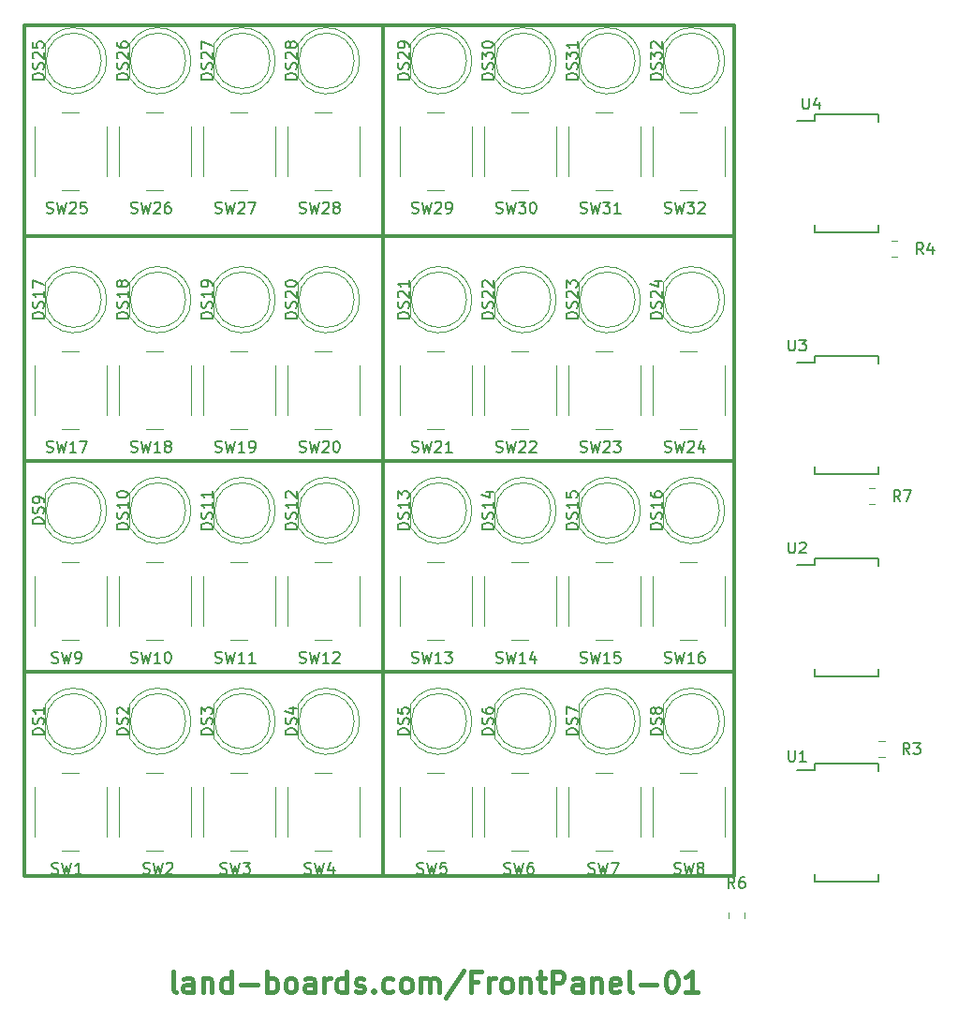
<source format=gto>
G04 #@! TF.GenerationSoftware,KiCad,Pcbnew,(5.0.2)-1*
G04 #@! TF.CreationDate,2019-09-25T20:11:12-04:00*
G04 #@! TF.ProjectId,FrontPanel,46726f6e-7450-4616-9e65-6c2e6b696361,X1*
G04 #@! TF.SameCoordinates,Original*
G04 #@! TF.FileFunction,Legend,Top*
G04 #@! TF.FilePolarity,Positive*
%FSLAX46Y46*%
G04 Gerber Fmt 4.6, Leading zero omitted, Abs format (unit mm)*
G04 Created by KiCad (PCBNEW (5.0.2)-1) date 9/25/2019 8:11:12 PM*
%MOMM*%
%LPD*%
G01*
G04 APERTURE LIST*
%ADD10C,0.317500*%
%ADD11C,0.381000*%
%ADD12C,0.120000*%
%ADD13C,0.150000*%
G04 APERTURE END LIST*
D10*
X54610000Y-15875000D02*
X54610000Y-92710000D01*
X22225000Y-34925000D02*
X86360000Y-34925000D01*
X22225000Y-55245000D02*
X86360000Y-55245000D01*
X22225000Y-74295000D02*
X86360000Y-74295000D01*
X22225000Y-15875000D02*
X22225000Y-92710000D01*
X86360000Y-15875000D02*
X22225000Y-15875000D01*
X86360000Y-92710000D02*
X86360000Y-15875000D01*
X22225000Y-92710000D02*
X86360000Y-92710000D01*
D11*
X35904714Y-103249185D02*
X35723285Y-103158471D01*
X35632571Y-102977042D01*
X35632571Y-101344185D01*
X37446857Y-103249185D02*
X37446857Y-102251328D01*
X37356142Y-102069900D01*
X37174714Y-101979185D01*
X36811857Y-101979185D01*
X36630428Y-102069900D01*
X37446857Y-103158471D02*
X37265428Y-103249185D01*
X36811857Y-103249185D01*
X36630428Y-103158471D01*
X36539714Y-102977042D01*
X36539714Y-102795614D01*
X36630428Y-102614185D01*
X36811857Y-102523471D01*
X37265428Y-102523471D01*
X37446857Y-102432757D01*
X38353999Y-101979185D02*
X38353999Y-103249185D01*
X38353999Y-102160614D02*
X38444714Y-102069900D01*
X38626142Y-101979185D01*
X38898285Y-101979185D01*
X39079714Y-102069900D01*
X39170428Y-102251328D01*
X39170428Y-103249185D01*
X40893999Y-103249185D02*
X40893999Y-101344185D01*
X40893999Y-103158471D02*
X40712571Y-103249185D01*
X40349714Y-103249185D01*
X40168285Y-103158471D01*
X40077571Y-103067757D01*
X39986857Y-102886328D01*
X39986857Y-102342042D01*
X40077571Y-102160614D01*
X40168285Y-102069900D01*
X40349714Y-101979185D01*
X40712571Y-101979185D01*
X40893999Y-102069900D01*
X41801142Y-102523471D02*
X43252571Y-102523471D01*
X44159714Y-103249185D02*
X44159714Y-101344185D01*
X44159714Y-102069900D02*
X44341142Y-101979185D01*
X44703999Y-101979185D01*
X44885428Y-102069900D01*
X44976142Y-102160614D01*
X45066857Y-102342042D01*
X45066857Y-102886328D01*
X44976142Y-103067757D01*
X44885428Y-103158471D01*
X44703999Y-103249185D01*
X44341142Y-103249185D01*
X44159714Y-103158471D01*
X46155428Y-103249185D02*
X45973999Y-103158471D01*
X45883285Y-103067757D01*
X45792571Y-102886328D01*
X45792571Y-102342042D01*
X45883285Y-102160614D01*
X45973999Y-102069900D01*
X46155428Y-101979185D01*
X46427571Y-101979185D01*
X46608999Y-102069900D01*
X46699714Y-102160614D01*
X46790428Y-102342042D01*
X46790428Y-102886328D01*
X46699714Y-103067757D01*
X46608999Y-103158471D01*
X46427571Y-103249185D01*
X46155428Y-103249185D01*
X48423285Y-103249185D02*
X48423285Y-102251328D01*
X48332571Y-102069900D01*
X48151142Y-101979185D01*
X47788285Y-101979185D01*
X47606857Y-102069900D01*
X48423285Y-103158471D02*
X48241857Y-103249185D01*
X47788285Y-103249185D01*
X47606857Y-103158471D01*
X47516142Y-102977042D01*
X47516142Y-102795614D01*
X47606857Y-102614185D01*
X47788285Y-102523471D01*
X48241857Y-102523471D01*
X48423285Y-102432757D01*
X49330428Y-103249185D02*
X49330428Y-101979185D01*
X49330428Y-102342042D02*
X49421142Y-102160614D01*
X49511857Y-102069900D01*
X49693285Y-101979185D01*
X49874714Y-101979185D01*
X51326142Y-103249185D02*
X51326142Y-101344185D01*
X51326142Y-103158471D02*
X51144714Y-103249185D01*
X50781857Y-103249185D01*
X50600428Y-103158471D01*
X50509714Y-103067757D01*
X50418999Y-102886328D01*
X50418999Y-102342042D01*
X50509714Y-102160614D01*
X50600428Y-102069900D01*
X50781857Y-101979185D01*
X51144714Y-101979185D01*
X51326142Y-102069900D01*
X52142571Y-103158471D02*
X52323999Y-103249185D01*
X52686857Y-103249185D01*
X52868285Y-103158471D01*
X52958999Y-102977042D01*
X52958999Y-102886328D01*
X52868285Y-102704900D01*
X52686857Y-102614185D01*
X52414714Y-102614185D01*
X52233285Y-102523471D01*
X52142571Y-102342042D01*
X52142571Y-102251328D01*
X52233285Y-102069900D01*
X52414714Y-101979185D01*
X52686857Y-101979185D01*
X52868285Y-102069900D01*
X53775428Y-103067757D02*
X53866142Y-103158471D01*
X53775428Y-103249185D01*
X53684714Y-103158471D01*
X53775428Y-103067757D01*
X53775428Y-103249185D01*
X55499000Y-103158471D02*
X55317571Y-103249185D01*
X54954714Y-103249185D01*
X54773285Y-103158471D01*
X54682571Y-103067757D01*
X54591857Y-102886328D01*
X54591857Y-102342042D01*
X54682571Y-102160614D01*
X54773285Y-102069900D01*
X54954714Y-101979185D01*
X55317571Y-101979185D01*
X55499000Y-102069900D01*
X56587571Y-103249185D02*
X56406142Y-103158471D01*
X56315428Y-103067757D01*
X56224714Y-102886328D01*
X56224714Y-102342042D01*
X56315428Y-102160614D01*
X56406142Y-102069900D01*
X56587571Y-101979185D01*
X56859714Y-101979185D01*
X57041142Y-102069900D01*
X57131857Y-102160614D01*
X57222571Y-102342042D01*
X57222571Y-102886328D01*
X57131857Y-103067757D01*
X57041142Y-103158471D01*
X56859714Y-103249185D01*
X56587571Y-103249185D01*
X58039000Y-103249185D02*
X58039000Y-101979185D01*
X58039000Y-102160614D02*
X58129714Y-102069900D01*
X58311142Y-101979185D01*
X58583285Y-101979185D01*
X58764714Y-102069900D01*
X58855428Y-102251328D01*
X58855428Y-103249185D01*
X58855428Y-102251328D02*
X58946142Y-102069900D01*
X59127571Y-101979185D01*
X59399714Y-101979185D01*
X59581142Y-102069900D01*
X59671857Y-102251328D01*
X59671857Y-103249185D01*
X61939714Y-101253471D02*
X60306857Y-103702757D01*
X63209714Y-102251328D02*
X62574714Y-102251328D01*
X62574714Y-103249185D02*
X62574714Y-101344185D01*
X63481857Y-101344185D01*
X64207571Y-103249185D02*
X64207571Y-101979185D01*
X64207571Y-102342042D02*
X64298285Y-102160614D01*
X64388999Y-102069900D01*
X64570428Y-101979185D01*
X64751857Y-101979185D01*
X65658999Y-103249185D02*
X65477571Y-103158471D01*
X65386857Y-103067757D01*
X65296142Y-102886328D01*
X65296142Y-102342042D01*
X65386857Y-102160614D01*
X65477571Y-102069900D01*
X65658999Y-101979185D01*
X65931142Y-101979185D01*
X66112571Y-102069900D01*
X66203285Y-102160614D01*
X66293999Y-102342042D01*
X66293999Y-102886328D01*
X66203285Y-103067757D01*
X66112571Y-103158471D01*
X65931142Y-103249185D01*
X65658999Y-103249185D01*
X67110428Y-101979185D02*
X67110428Y-103249185D01*
X67110428Y-102160614D02*
X67201142Y-102069900D01*
X67382571Y-101979185D01*
X67654714Y-101979185D01*
X67836142Y-102069900D01*
X67926857Y-102251328D01*
X67926857Y-103249185D01*
X68561857Y-101979185D02*
X69287571Y-101979185D01*
X68834000Y-101344185D02*
X68834000Y-102977042D01*
X68924714Y-103158471D01*
X69106142Y-103249185D01*
X69287571Y-103249185D01*
X69922571Y-103249185D02*
X69922571Y-101344185D01*
X70648285Y-101344185D01*
X70829714Y-101434900D01*
X70920428Y-101525614D01*
X71011142Y-101707042D01*
X71011142Y-101979185D01*
X70920428Y-102160614D01*
X70829714Y-102251328D01*
X70648285Y-102342042D01*
X69922571Y-102342042D01*
X72644000Y-103249185D02*
X72644000Y-102251328D01*
X72553285Y-102069900D01*
X72371857Y-101979185D01*
X72009000Y-101979185D01*
X71827571Y-102069900D01*
X72644000Y-103158471D02*
X72462571Y-103249185D01*
X72009000Y-103249185D01*
X71827571Y-103158471D01*
X71736857Y-102977042D01*
X71736857Y-102795614D01*
X71827571Y-102614185D01*
X72009000Y-102523471D01*
X72462571Y-102523471D01*
X72644000Y-102432757D01*
X73551142Y-101979185D02*
X73551142Y-103249185D01*
X73551142Y-102160614D02*
X73641857Y-102069900D01*
X73823285Y-101979185D01*
X74095428Y-101979185D01*
X74276857Y-102069900D01*
X74367571Y-102251328D01*
X74367571Y-103249185D01*
X76000428Y-103158471D02*
X75818999Y-103249185D01*
X75456142Y-103249185D01*
X75274714Y-103158471D01*
X75183999Y-102977042D01*
X75183999Y-102251328D01*
X75274714Y-102069900D01*
X75456142Y-101979185D01*
X75818999Y-101979185D01*
X76000428Y-102069900D01*
X76091142Y-102251328D01*
X76091142Y-102432757D01*
X75183999Y-102614185D01*
X77179714Y-103249185D02*
X76998285Y-103158471D01*
X76907571Y-102977042D01*
X76907571Y-101344185D01*
X77905428Y-102523471D02*
X79356857Y-102523471D01*
X80626857Y-101344185D02*
X80808285Y-101344185D01*
X80989714Y-101434900D01*
X81080428Y-101525614D01*
X81171142Y-101707042D01*
X81261857Y-102069900D01*
X81261857Y-102523471D01*
X81171142Y-102886328D01*
X81080428Y-103067757D01*
X80989714Y-103158471D01*
X80808285Y-103249185D01*
X80626857Y-103249185D01*
X80445428Y-103158471D01*
X80354714Y-103067757D01*
X80263999Y-102886328D01*
X80173285Y-102523471D01*
X80173285Y-102069900D01*
X80263999Y-101707042D01*
X80354714Y-101525614D01*
X80445428Y-101434900D01*
X80626857Y-101344185D01*
X83076142Y-103249185D02*
X81987571Y-103249185D01*
X82531857Y-103249185D02*
X82531857Y-101344185D01*
X82350428Y-101616328D01*
X82168999Y-101797757D01*
X81987571Y-101888471D01*
D12*
G04 #@! TO.C,DS1*
X24110000Y-77195000D02*
X24110000Y-80285000D01*
X29170000Y-78740000D02*
G75*
G03X29170000Y-78740000I-2500000J0D01*
G01*
X29660000Y-78739538D02*
G75*
G02X24110000Y-80284830I-2990000J-462D01*
G01*
X29660000Y-78740462D02*
G75*
G03X24110000Y-77195170I-2990000J462D01*
G01*
G04 #@! TO.C,DS2*
X37280000Y-78740462D02*
G75*
G03X31730000Y-77195170I-2990000J462D01*
G01*
X37280000Y-78739538D02*
G75*
G02X31730000Y-80284830I-2990000J-462D01*
G01*
X36790000Y-78740000D02*
G75*
G03X36790000Y-78740000I-2500000J0D01*
G01*
X31730000Y-77195000D02*
X31730000Y-80285000D01*
G04 #@! TO.C,DS3*
X39350000Y-77195000D02*
X39350000Y-80285000D01*
X44410000Y-78740000D02*
G75*
G03X44410000Y-78740000I-2500000J0D01*
G01*
X44900000Y-78739538D02*
G75*
G02X39350000Y-80284830I-2990000J-462D01*
G01*
X44900000Y-78740462D02*
G75*
G03X39350000Y-77195170I-2990000J462D01*
G01*
G04 #@! TO.C,DS4*
X52520000Y-78740462D02*
G75*
G03X46970000Y-77195170I-2990000J462D01*
G01*
X52520000Y-78739538D02*
G75*
G02X46970000Y-80284830I-2990000J-462D01*
G01*
X52030000Y-78740000D02*
G75*
G03X52030000Y-78740000I-2500000J0D01*
G01*
X46970000Y-77195000D02*
X46970000Y-80285000D01*
G04 #@! TO.C,DS5*
X57130000Y-77195000D02*
X57130000Y-80285000D01*
X62190000Y-78740000D02*
G75*
G03X62190000Y-78740000I-2500000J0D01*
G01*
X62680000Y-78739538D02*
G75*
G02X57130000Y-80284830I-2990000J-462D01*
G01*
X62680000Y-78740462D02*
G75*
G03X57130000Y-77195170I-2990000J462D01*
G01*
G04 #@! TO.C,DS6*
X70300000Y-78740462D02*
G75*
G03X64750000Y-77195170I-2990000J462D01*
G01*
X70300000Y-78739538D02*
G75*
G02X64750000Y-80284830I-2990000J-462D01*
G01*
X69810000Y-78740000D02*
G75*
G03X69810000Y-78740000I-2500000J0D01*
G01*
X64750000Y-77195000D02*
X64750000Y-80285000D01*
G04 #@! TO.C,DS7*
X72370000Y-77195000D02*
X72370000Y-80285000D01*
X77430000Y-78740000D02*
G75*
G03X77430000Y-78740000I-2500000J0D01*
G01*
X77920000Y-78739538D02*
G75*
G02X72370000Y-80284830I-2990000J-462D01*
G01*
X77920000Y-78740462D02*
G75*
G03X72370000Y-77195170I-2990000J462D01*
G01*
G04 #@! TO.C,DS8*
X85540000Y-78740462D02*
G75*
G03X79990000Y-77195170I-2990000J462D01*
G01*
X85540000Y-78739538D02*
G75*
G02X79990000Y-80284830I-2990000J-462D01*
G01*
X85050000Y-78740000D02*
G75*
G03X85050000Y-78740000I-2500000J0D01*
G01*
X79990000Y-77195000D02*
X79990000Y-80285000D01*
G04 #@! TO.C,DS9*
X24110000Y-58145000D02*
X24110000Y-61235000D01*
X29170000Y-59690000D02*
G75*
G03X29170000Y-59690000I-2500000J0D01*
G01*
X29660000Y-59689538D02*
G75*
G02X24110000Y-61234830I-2990000J-462D01*
G01*
X29660000Y-59690462D02*
G75*
G03X24110000Y-58145170I-2990000J462D01*
G01*
G04 #@! TO.C,DS10*
X37280000Y-59690462D02*
G75*
G03X31730000Y-58145170I-2990000J462D01*
G01*
X37280000Y-59689538D02*
G75*
G02X31730000Y-61234830I-2990000J-462D01*
G01*
X36790000Y-59690000D02*
G75*
G03X36790000Y-59690000I-2500000J0D01*
G01*
X31730000Y-58145000D02*
X31730000Y-61235000D01*
G04 #@! TO.C,DS11*
X39350000Y-58145000D02*
X39350000Y-61235000D01*
X44410000Y-59690000D02*
G75*
G03X44410000Y-59690000I-2500000J0D01*
G01*
X44900000Y-59689538D02*
G75*
G02X39350000Y-61234830I-2990000J-462D01*
G01*
X44900000Y-59690462D02*
G75*
G03X39350000Y-58145170I-2990000J462D01*
G01*
G04 #@! TO.C,DS12*
X52520000Y-59690462D02*
G75*
G03X46970000Y-58145170I-2990000J462D01*
G01*
X52520000Y-59689538D02*
G75*
G02X46970000Y-61234830I-2990000J-462D01*
G01*
X52030000Y-59690000D02*
G75*
G03X52030000Y-59690000I-2500000J0D01*
G01*
X46970000Y-58145000D02*
X46970000Y-61235000D01*
G04 #@! TO.C,DS13*
X57130000Y-58145000D02*
X57130000Y-61235000D01*
X62190000Y-59690000D02*
G75*
G03X62190000Y-59690000I-2500000J0D01*
G01*
X62680000Y-59689538D02*
G75*
G02X57130000Y-61234830I-2990000J-462D01*
G01*
X62680000Y-59690462D02*
G75*
G03X57130000Y-58145170I-2990000J462D01*
G01*
G04 #@! TO.C,DS14*
X70300000Y-59690462D02*
G75*
G03X64750000Y-58145170I-2990000J462D01*
G01*
X70300000Y-59689538D02*
G75*
G02X64750000Y-61234830I-2990000J-462D01*
G01*
X69810000Y-59690000D02*
G75*
G03X69810000Y-59690000I-2500000J0D01*
G01*
X64750000Y-58145000D02*
X64750000Y-61235000D01*
G04 #@! TO.C,DS15*
X72370000Y-58145000D02*
X72370000Y-61235000D01*
X77430000Y-59690000D02*
G75*
G03X77430000Y-59690000I-2500000J0D01*
G01*
X77920000Y-59689538D02*
G75*
G02X72370000Y-61234830I-2990000J-462D01*
G01*
X77920000Y-59690462D02*
G75*
G03X72370000Y-58145170I-2990000J462D01*
G01*
G04 #@! TO.C,DS16*
X85540000Y-59690462D02*
G75*
G03X79990000Y-58145170I-2990000J462D01*
G01*
X85540000Y-59689538D02*
G75*
G02X79990000Y-61234830I-2990000J-462D01*
G01*
X85050000Y-59690000D02*
G75*
G03X85050000Y-59690000I-2500000J0D01*
G01*
X79990000Y-58145000D02*
X79990000Y-61235000D01*
G04 #@! TO.C,DS17*
X24110000Y-39095000D02*
X24110000Y-42185000D01*
X29170000Y-40640000D02*
G75*
G03X29170000Y-40640000I-2500000J0D01*
G01*
X29660000Y-40639538D02*
G75*
G02X24110000Y-42184830I-2990000J-462D01*
G01*
X29660000Y-40640462D02*
G75*
G03X24110000Y-39095170I-2990000J462D01*
G01*
G04 #@! TO.C,DS18*
X31730000Y-39095000D02*
X31730000Y-42185000D01*
X36790000Y-40640000D02*
G75*
G03X36790000Y-40640000I-2500000J0D01*
G01*
X37280000Y-40639538D02*
G75*
G02X31730000Y-42184830I-2990000J-462D01*
G01*
X37280000Y-40640462D02*
G75*
G03X31730000Y-39095170I-2990000J462D01*
G01*
G04 #@! TO.C,DS19*
X39350000Y-39095000D02*
X39350000Y-42185000D01*
X44410000Y-40640000D02*
G75*
G03X44410000Y-40640000I-2500000J0D01*
G01*
X44900000Y-40639538D02*
G75*
G02X39350000Y-42184830I-2990000J-462D01*
G01*
X44900000Y-40640462D02*
G75*
G03X39350000Y-39095170I-2990000J462D01*
G01*
G04 #@! TO.C,DS20*
X52520000Y-40640462D02*
G75*
G03X46970000Y-39095170I-2990000J462D01*
G01*
X52520000Y-40639538D02*
G75*
G02X46970000Y-42184830I-2990000J-462D01*
G01*
X52030000Y-40640000D02*
G75*
G03X52030000Y-40640000I-2500000J0D01*
G01*
X46970000Y-39095000D02*
X46970000Y-42185000D01*
G04 #@! TO.C,DS21*
X57130000Y-39095000D02*
X57130000Y-42185000D01*
X62190000Y-40640000D02*
G75*
G03X62190000Y-40640000I-2500000J0D01*
G01*
X62680000Y-40639538D02*
G75*
G02X57130000Y-42184830I-2990000J-462D01*
G01*
X62680000Y-40640462D02*
G75*
G03X57130000Y-39095170I-2990000J462D01*
G01*
G04 #@! TO.C,DS22*
X70300000Y-40640462D02*
G75*
G03X64750000Y-39095170I-2990000J462D01*
G01*
X70300000Y-40639538D02*
G75*
G02X64750000Y-42184830I-2990000J-462D01*
G01*
X69810000Y-40640000D02*
G75*
G03X69810000Y-40640000I-2500000J0D01*
G01*
X64750000Y-39095000D02*
X64750000Y-42185000D01*
G04 #@! TO.C,DS23*
X72370000Y-39095000D02*
X72370000Y-42185000D01*
X77430000Y-40640000D02*
G75*
G03X77430000Y-40640000I-2500000J0D01*
G01*
X77920000Y-40639538D02*
G75*
G02X72370000Y-42184830I-2990000J-462D01*
G01*
X77920000Y-40640462D02*
G75*
G03X72370000Y-39095170I-2990000J462D01*
G01*
G04 #@! TO.C,DS24*
X85540000Y-40640462D02*
G75*
G03X79990000Y-39095170I-2990000J462D01*
G01*
X85540000Y-40639538D02*
G75*
G02X79990000Y-42184830I-2990000J-462D01*
G01*
X85050000Y-40640000D02*
G75*
G03X85050000Y-40640000I-2500000J0D01*
G01*
X79990000Y-39095000D02*
X79990000Y-42185000D01*
G04 #@! TO.C,DS25*
X29660000Y-19050462D02*
G75*
G03X24110000Y-17505170I-2990000J462D01*
G01*
X29660000Y-19049538D02*
G75*
G02X24110000Y-20594830I-2990000J-462D01*
G01*
X29170000Y-19050000D02*
G75*
G03X29170000Y-19050000I-2500000J0D01*
G01*
X24110000Y-17505000D02*
X24110000Y-20595000D01*
G04 #@! TO.C,DS26*
X37280000Y-19050462D02*
G75*
G03X31730000Y-17505170I-2990000J462D01*
G01*
X37280000Y-19049538D02*
G75*
G02X31730000Y-20594830I-2990000J-462D01*
G01*
X36790000Y-19050000D02*
G75*
G03X36790000Y-19050000I-2500000J0D01*
G01*
X31730000Y-17505000D02*
X31730000Y-20595000D01*
G04 #@! TO.C,DS27*
X39350000Y-17505000D02*
X39350000Y-20595000D01*
X44410000Y-19050000D02*
G75*
G03X44410000Y-19050000I-2500000J0D01*
G01*
X44900000Y-19049538D02*
G75*
G02X39350000Y-20594830I-2990000J-462D01*
G01*
X44900000Y-19050462D02*
G75*
G03X39350000Y-17505170I-2990000J462D01*
G01*
G04 #@! TO.C,DS28*
X52520000Y-19050462D02*
G75*
G03X46970000Y-17505170I-2990000J462D01*
G01*
X52520000Y-19049538D02*
G75*
G02X46970000Y-20594830I-2990000J-462D01*
G01*
X52030000Y-19050000D02*
G75*
G03X52030000Y-19050000I-2500000J0D01*
G01*
X46970000Y-17505000D02*
X46970000Y-20595000D01*
G04 #@! TO.C,DS29*
X57130000Y-17505000D02*
X57130000Y-20595000D01*
X62190000Y-19050000D02*
G75*
G03X62190000Y-19050000I-2500000J0D01*
G01*
X62680000Y-19049538D02*
G75*
G02X57130000Y-20594830I-2990000J-462D01*
G01*
X62680000Y-19050462D02*
G75*
G03X57130000Y-17505170I-2990000J462D01*
G01*
G04 #@! TO.C,DS30*
X64750000Y-17505000D02*
X64750000Y-20595000D01*
X69810000Y-19050000D02*
G75*
G03X69810000Y-19050000I-2500000J0D01*
G01*
X70300000Y-19049538D02*
G75*
G02X64750000Y-20594830I-2990000J-462D01*
G01*
X70300000Y-19050462D02*
G75*
G03X64750000Y-17505170I-2990000J462D01*
G01*
G04 #@! TO.C,DS31*
X77920000Y-19050462D02*
G75*
G03X72370000Y-17505170I-2990000J462D01*
G01*
X77920000Y-19049538D02*
G75*
G02X72370000Y-20594830I-2990000J-462D01*
G01*
X77430000Y-19050000D02*
G75*
G03X77430000Y-19050000I-2500000J0D01*
G01*
X72370000Y-17505000D02*
X72370000Y-20595000D01*
G04 #@! TO.C,DS32*
X85540000Y-19050462D02*
G75*
G03X79990000Y-17505170I-2990000J462D01*
G01*
X85540000Y-19049538D02*
G75*
G02X79990000Y-20594830I-2990000J-462D01*
G01*
X85050000Y-19050000D02*
G75*
G03X85050000Y-19050000I-2500000J0D01*
G01*
X79990000Y-17505000D02*
X79990000Y-20595000D01*
G04 #@! TO.C,R3*
X99981652Y-80544600D02*
X99459148Y-80544600D01*
X99981652Y-81964600D02*
X99459148Y-81964600D01*
G04 #@! TO.C,R4*
X101099252Y-36778000D02*
X100576748Y-36778000D01*
X101099252Y-35358000D02*
X100576748Y-35358000D01*
G04 #@! TO.C,R6*
X85904000Y-96004748D02*
X85904000Y-96527252D01*
X87324000Y-96004748D02*
X87324000Y-96527252D01*
G04 #@! TO.C,R7*
X98544748Y-57710000D02*
X99067252Y-57710000D01*
X98544748Y-59130000D02*
X99067252Y-59130000D01*
G04 #@! TO.C,SW1*
X29630000Y-89170000D02*
X29630000Y-84670000D01*
X25630000Y-90420000D02*
X27130000Y-90420000D01*
X23130000Y-84670000D02*
X23130000Y-89170000D01*
X27130000Y-83420000D02*
X25630000Y-83420000D01*
G04 #@! TO.C,SW2*
X34750000Y-83420000D02*
X33250000Y-83420000D01*
X30750000Y-84670000D02*
X30750000Y-89170000D01*
X33250000Y-90420000D02*
X34750000Y-90420000D01*
X37250000Y-89170000D02*
X37250000Y-84670000D01*
G04 #@! TO.C,SW3*
X44870000Y-89170000D02*
X44870000Y-84670000D01*
X40870000Y-90420000D02*
X42370000Y-90420000D01*
X38370000Y-84670000D02*
X38370000Y-89170000D01*
X42370000Y-83420000D02*
X40870000Y-83420000D01*
G04 #@! TO.C,SW4*
X49990000Y-83420000D02*
X48490000Y-83420000D01*
X45990000Y-84670000D02*
X45990000Y-89170000D01*
X48490000Y-90420000D02*
X49990000Y-90420000D01*
X52490000Y-89170000D02*
X52490000Y-84670000D01*
G04 #@! TO.C,SW5*
X62650000Y-89170000D02*
X62650000Y-84670000D01*
X58650000Y-90420000D02*
X60150000Y-90420000D01*
X56150000Y-84670000D02*
X56150000Y-89170000D01*
X60150000Y-83420000D02*
X58650000Y-83420000D01*
G04 #@! TO.C,SW6*
X67770000Y-83420000D02*
X66270000Y-83420000D01*
X63770000Y-84670000D02*
X63770000Y-89170000D01*
X66270000Y-90420000D02*
X67770000Y-90420000D01*
X70270000Y-89170000D02*
X70270000Y-84670000D01*
G04 #@! TO.C,SW7*
X77890000Y-89170000D02*
X77890000Y-84670000D01*
X73890000Y-90420000D02*
X75390000Y-90420000D01*
X71390000Y-84670000D02*
X71390000Y-89170000D01*
X75390000Y-83420000D02*
X73890000Y-83420000D01*
G04 #@! TO.C,SW8*
X83010000Y-83420000D02*
X81510000Y-83420000D01*
X79010000Y-84670000D02*
X79010000Y-89170000D01*
X81510000Y-90420000D02*
X83010000Y-90420000D01*
X85510000Y-89170000D02*
X85510000Y-84670000D01*
G04 #@! TO.C,SW9*
X29630000Y-70120000D02*
X29630000Y-65620000D01*
X25630000Y-71370000D02*
X27130000Y-71370000D01*
X23130000Y-65620000D02*
X23130000Y-70120000D01*
X27130000Y-64370000D02*
X25630000Y-64370000D01*
G04 #@! TO.C,SW10*
X34750000Y-64370000D02*
X33250000Y-64370000D01*
X30750000Y-65620000D02*
X30750000Y-70120000D01*
X33250000Y-71370000D02*
X34750000Y-71370000D01*
X37250000Y-70120000D02*
X37250000Y-65620000D01*
G04 #@! TO.C,SW11*
X44870000Y-70120000D02*
X44870000Y-65620000D01*
X40870000Y-71370000D02*
X42370000Y-71370000D01*
X38370000Y-65620000D02*
X38370000Y-70120000D01*
X42370000Y-64370000D02*
X40870000Y-64370000D01*
G04 #@! TO.C,SW12*
X49990000Y-64370000D02*
X48490000Y-64370000D01*
X45990000Y-65620000D02*
X45990000Y-70120000D01*
X48490000Y-71370000D02*
X49990000Y-71370000D01*
X52490000Y-70120000D02*
X52490000Y-65620000D01*
G04 #@! TO.C,SW13*
X62650000Y-70120000D02*
X62650000Y-65620000D01*
X58650000Y-71370000D02*
X60150000Y-71370000D01*
X56150000Y-65620000D02*
X56150000Y-70120000D01*
X60150000Y-64370000D02*
X58650000Y-64370000D01*
G04 #@! TO.C,SW14*
X67770000Y-64370000D02*
X66270000Y-64370000D01*
X63770000Y-65620000D02*
X63770000Y-70120000D01*
X66270000Y-71370000D02*
X67770000Y-71370000D01*
X70270000Y-70120000D02*
X70270000Y-65620000D01*
G04 #@! TO.C,SW15*
X75390000Y-64370000D02*
X73890000Y-64370000D01*
X71390000Y-65620000D02*
X71390000Y-70120000D01*
X73890000Y-71370000D02*
X75390000Y-71370000D01*
X77890000Y-70120000D02*
X77890000Y-65620000D01*
G04 #@! TO.C,SW16*
X83010000Y-64370000D02*
X81510000Y-64370000D01*
X79010000Y-65620000D02*
X79010000Y-70120000D01*
X81510000Y-71370000D02*
X83010000Y-71370000D01*
X85510000Y-70120000D02*
X85510000Y-65620000D01*
G04 #@! TO.C,SW17*
X29630000Y-51070000D02*
X29630000Y-46570000D01*
X25630000Y-52320000D02*
X27130000Y-52320000D01*
X23130000Y-46570000D02*
X23130000Y-51070000D01*
X27130000Y-45320000D02*
X25630000Y-45320000D01*
G04 #@! TO.C,SW18*
X34750000Y-45320000D02*
X33250000Y-45320000D01*
X30750000Y-46570000D02*
X30750000Y-51070000D01*
X33250000Y-52320000D02*
X34750000Y-52320000D01*
X37250000Y-51070000D02*
X37250000Y-46570000D01*
G04 #@! TO.C,SW19*
X44870000Y-51070000D02*
X44870000Y-46570000D01*
X40870000Y-52320000D02*
X42370000Y-52320000D01*
X38370000Y-46570000D02*
X38370000Y-51070000D01*
X42370000Y-45320000D02*
X40870000Y-45320000D01*
G04 #@! TO.C,SW20*
X49990000Y-45320000D02*
X48490000Y-45320000D01*
X45990000Y-46570000D02*
X45990000Y-51070000D01*
X48490000Y-52320000D02*
X49990000Y-52320000D01*
X52490000Y-51070000D02*
X52490000Y-46570000D01*
G04 #@! TO.C,SW21*
X62650000Y-51070000D02*
X62650000Y-46570000D01*
X58650000Y-52320000D02*
X60150000Y-52320000D01*
X56150000Y-46570000D02*
X56150000Y-51070000D01*
X60150000Y-45320000D02*
X58650000Y-45320000D01*
G04 #@! TO.C,SW22*
X67770000Y-45320000D02*
X66270000Y-45320000D01*
X63770000Y-46570000D02*
X63770000Y-51070000D01*
X66270000Y-52320000D02*
X67770000Y-52320000D01*
X70270000Y-51070000D02*
X70270000Y-46570000D01*
G04 #@! TO.C,SW23*
X77890000Y-51070000D02*
X77890000Y-46570000D01*
X73890000Y-52320000D02*
X75390000Y-52320000D01*
X71390000Y-46570000D02*
X71390000Y-51070000D01*
X75390000Y-45320000D02*
X73890000Y-45320000D01*
G04 #@! TO.C,SW24*
X85510000Y-51070000D02*
X85510000Y-46570000D01*
X81510000Y-52320000D02*
X83010000Y-52320000D01*
X79010000Y-46570000D02*
X79010000Y-51070000D01*
X83010000Y-45320000D02*
X81510000Y-45320000D01*
G04 #@! TO.C,SW25*
X29630000Y-29480000D02*
X29630000Y-24980000D01*
X25630000Y-30730000D02*
X27130000Y-30730000D01*
X23130000Y-24980000D02*
X23130000Y-29480000D01*
X27130000Y-23730000D02*
X25630000Y-23730000D01*
G04 #@! TO.C,SW26*
X34750000Y-23730000D02*
X33250000Y-23730000D01*
X30750000Y-24980000D02*
X30750000Y-29480000D01*
X33250000Y-30730000D02*
X34750000Y-30730000D01*
X37250000Y-29480000D02*
X37250000Y-24980000D01*
G04 #@! TO.C,SW27*
X44870000Y-29480000D02*
X44870000Y-24980000D01*
X40870000Y-30730000D02*
X42370000Y-30730000D01*
X38370000Y-24980000D02*
X38370000Y-29480000D01*
X42370000Y-23730000D02*
X40870000Y-23730000D01*
G04 #@! TO.C,SW28*
X49990000Y-23730000D02*
X48490000Y-23730000D01*
X45990000Y-24980000D02*
X45990000Y-29480000D01*
X48490000Y-30730000D02*
X49990000Y-30730000D01*
X52490000Y-29480000D02*
X52490000Y-24980000D01*
G04 #@! TO.C,SW29*
X62650000Y-29480000D02*
X62650000Y-24980000D01*
X58650000Y-30730000D02*
X60150000Y-30730000D01*
X56150000Y-24980000D02*
X56150000Y-29480000D01*
X60150000Y-23730000D02*
X58650000Y-23730000D01*
G04 #@! TO.C,SW30*
X67770000Y-23730000D02*
X66270000Y-23730000D01*
X63770000Y-24980000D02*
X63770000Y-29480000D01*
X66270000Y-30730000D02*
X67770000Y-30730000D01*
X70270000Y-29480000D02*
X70270000Y-24980000D01*
G04 #@! TO.C,SW31*
X77890000Y-29480000D02*
X77890000Y-24980000D01*
X73890000Y-30730000D02*
X75390000Y-30730000D01*
X71390000Y-24980000D02*
X71390000Y-29480000D01*
X75390000Y-23730000D02*
X73890000Y-23730000D01*
G04 #@! TO.C,SW32*
X83010000Y-23730000D02*
X81510000Y-23730000D01*
X79010000Y-24980000D02*
X79010000Y-29480000D01*
X81510000Y-30730000D02*
X83010000Y-30730000D01*
X85510000Y-29480000D02*
X85510000Y-24980000D01*
D13*
G04 #@! TO.C,U1*
X93645000Y-83134000D02*
X92045000Y-83134000D01*
X93645000Y-93209000D02*
X99395000Y-93209000D01*
X93645000Y-82559000D02*
X99395000Y-82559000D01*
X93645000Y-93209000D02*
X93645000Y-92559000D01*
X99395000Y-93209000D02*
X99395000Y-92559000D01*
X99395000Y-82559000D02*
X99395000Y-83209000D01*
X93645000Y-82559000D02*
X93645000Y-83134000D01*
G04 #@! TO.C,U2*
X93645000Y-64017000D02*
X93645000Y-64592000D01*
X99395000Y-64017000D02*
X99395000Y-64667000D01*
X99395000Y-74667000D02*
X99395000Y-74017000D01*
X93645000Y-74667000D02*
X93645000Y-74017000D01*
X93645000Y-64017000D02*
X99395000Y-64017000D01*
X93645000Y-74667000D02*
X99395000Y-74667000D01*
X93645000Y-64592000D02*
X92045000Y-64592000D01*
G04 #@! TO.C,U3*
X93645000Y-46304000D02*
X92045000Y-46304000D01*
X93645000Y-56379000D02*
X99395000Y-56379000D01*
X93645000Y-45729000D02*
X99395000Y-45729000D01*
X93645000Y-56379000D02*
X93645000Y-55729000D01*
X99395000Y-56379000D02*
X99395000Y-55729000D01*
X99395000Y-45729000D02*
X99395000Y-46379000D01*
X93645000Y-45729000D02*
X93645000Y-46304000D01*
G04 #@! TO.C,U4*
X93645000Y-23885000D02*
X93645000Y-24460000D01*
X99395000Y-23885000D02*
X99395000Y-24535000D01*
X99395000Y-34535000D02*
X99395000Y-33885000D01*
X93645000Y-34535000D02*
X93645000Y-33885000D01*
X93645000Y-23885000D02*
X99395000Y-23885000D01*
X93645000Y-34535000D02*
X99395000Y-34535000D01*
X93645000Y-24460000D02*
X92045000Y-24460000D01*
G04 #@! TO.C,DS1*
X23947380Y-79954285D02*
X22947380Y-79954285D01*
X22947380Y-79716190D01*
X22995000Y-79573333D01*
X23090238Y-79478095D01*
X23185476Y-79430476D01*
X23375952Y-79382857D01*
X23518809Y-79382857D01*
X23709285Y-79430476D01*
X23804523Y-79478095D01*
X23899761Y-79573333D01*
X23947380Y-79716190D01*
X23947380Y-79954285D01*
X23899761Y-79001904D02*
X23947380Y-78859047D01*
X23947380Y-78620952D01*
X23899761Y-78525714D01*
X23852142Y-78478095D01*
X23756904Y-78430476D01*
X23661666Y-78430476D01*
X23566428Y-78478095D01*
X23518809Y-78525714D01*
X23471190Y-78620952D01*
X23423571Y-78811428D01*
X23375952Y-78906666D01*
X23328333Y-78954285D01*
X23233095Y-79001904D01*
X23137857Y-79001904D01*
X23042619Y-78954285D01*
X22995000Y-78906666D01*
X22947380Y-78811428D01*
X22947380Y-78573333D01*
X22995000Y-78430476D01*
X23947380Y-77478095D02*
X23947380Y-78049523D01*
X23947380Y-77763809D02*
X22947380Y-77763809D01*
X23090238Y-77859047D01*
X23185476Y-77954285D01*
X23233095Y-78049523D01*
G04 #@! TO.C,DS2*
X31567380Y-79954285D02*
X30567380Y-79954285D01*
X30567380Y-79716190D01*
X30615000Y-79573333D01*
X30710238Y-79478095D01*
X30805476Y-79430476D01*
X30995952Y-79382857D01*
X31138809Y-79382857D01*
X31329285Y-79430476D01*
X31424523Y-79478095D01*
X31519761Y-79573333D01*
X31567380Y-79716190D01*
X31567380Y-79954285D01*
X31519761Y-79001904D02*
X31567380Y-78859047D01*
X31567380Y-78620952D01*
X31519761Y-78525714D01*
X31472142Y-78478095D01*
X31376904Y-78430476D01*
X31281666Y-78430476D01*
X31186428Y-78478095D01*
X31138809Y-78525714D01*
X31091190Y-78620952D01*
X31043571Y-78811428D01*
X30995952Y-78906666D01*
X30948333Y-78954285D01*
X30853095Y-79001904D01*
X30757857Y-79001904D01*
X30662619Y-78954285D01*
X30615000Y-78906666D01*
X30567380Y-78811428D01*
X30567380Y-78573333D01*
X30615000Y-78430476D01*
X30662619Y-78049523D02*
X30615000Y-78001904D01*
X30567380Y-77906666D01*
X30567380Y-77668571D01*
X30615000Y-77573333D01*
X30662619Y-77525714D01*
X30757857Y-77478095D01*
X30853095Y-77478095D01*
X30995952Y-77525714D01*
X31567380Y-78097142D01*
X31567380Y-77478095D01*
G04 #@! TO.C,DS3*
X39187380Y-79954285D02*
X38187380Y-79954285D01*
X38187380Y-79716190D01*
X38235000Y-79573333D01*
X38330238Y-79478095D01*
X38425476Y-79430476D01*
X38615952Y-79382857D01*
X38758809Y-79382857D01*
X38949285Y-79430476D01*
X39044523Y-79478095D01*
X39139761Y-79573333D01*
X39187380Y-79716190D01*
X39187380Y-79954285D01*
X39139761Y-79001904D02*
X39187380Y-78859047D01*
X39187380Y-78620952D01*
X39139761Y-78525714D01*
X39092142Y-78478095D01*
X38996904Y-78430476D01*
X38901666Y-78430476D01*
X38806428Y-78478095D01*
X38758809Y-78525714D01*
X38711190Y-78620952D01*
X38663571Y-78811428D01*
X38615952Y-78906666D01*
X38568333Y-78954285D01*
X38473095Y-79001904D01*
X38377857Y-79001904D01*
X38282619Y-78954285D01*
X38235000Y-78906666D01*
X38187380Y-78811428D01*
X38187380Y-78573333D01*
X38235000Y-78430476D01*
X38187380Y-78097142D02*
X38187380Y-77478095D01*
X38568333Y-77811428D01*
X38568333Y-77668571D01*
X38615952Y-77573333D01*
X38663571Y-77525714D01*
X38758809Y-77478095D01*
X38996904Y-77478095D01*
X39092142Y-77525714D01*
X39139761Y-77573333D01*
X39187380Y-77668571D01*
X39187380Y-77954285D01*
X39139761Y-78049523D01*
X39092142Y-78097142D01*
G04 #@! TO.C,DS4*
X46807380Y-79954285D02*
X45807380Y-79954285D01*
X45807380Y-79716190D01*
X45855000Y-79573333D01*
X45950238Y-79478095D01*
X46045476Y-79430476D01*
X46235952Y-79382857D01*
X46378809Y-79382857D01*
X46569285Y-79430476D01*
X46664523Y-79478095D01*
X46759761Y-79573333D01*
X46807380Y-79716190D01*
X46807380Y-79954285D01*
X46759761Y-79001904D02*
X46807380Y-78859047D01*
X46807380Y-78620952D01*
X46759761Y-78525714D01*
X46712142Y-78478095D01*
X46616904Y-78430476D01*
X46521666Y-78430476D01*
X46426428Y-78478095D01*
X46378809Y-78525714D01*
X46331190Y-78620952D01*
X46283571Y-78811428D01*
X46235952Y-78906666D01*
X46188333Y-78954285D01*
X46093095Y-79001904D01*
X45997857Y-79001904D01*
X45902619Y-78954285D01*
X45855000Y-78906666D01*
X45807380Y-78811428D01*
X45807380Y-78573333D01*
X45855000Y-78430476D01*
X46140714Y-77573333D02*
X46807380Y-77573333D01*
X45759761Y-77811428D02*
X46474047Y-78049523D01*
X46474047Y-77430476D01*
G04 #@! TO.C,DS5*
X56967380Y-79954285D02*
X55967380Y-79954285D01*
X55967380Y-79716190D01*
X56015000Y-79573333D01*
X56110238Y-79478095D01*
X56205476Y-79430476D01*
X56395952Y-79382857D01*
X56538809Y-79382857D01*
X56729285Y-79430476D01*
X56824523Y-79478095D01*
X56919761Y-79573333D01*
X56967380Y-79716190D01*
X56967380Y-79954285D01*
X56919761Y-79001904D02*
X56967380Y-78859047D01*
X56967380Y-78620952D01*
X56919761Y-78525714D01*
X56872142Y-78478095D01*
X56776904Y-78430476D01*
X56681666Y-78430476D01*
X56586428Y-78478095D01*
X56538809Y-78525714D01*
X56491190Y-78620952D01*
X56443571Y-78811428D01*
X56395952Y-78906666D01*
X56348333Y-78954285D01*
X56253095Y-79001904D01*
X56157857Y-79001904D01*
X56062619Y-78954285D01*
X56015000Y-78906666D01*
X55967380Y-78811428D01*
X55967380Y-78573333D01*
X56015000Y-78430476D01*
X55967380Y-77525714D02*
X55967380Y-78001904D01*
X56443571Y-78049523D01*
X56395952Y-78001904D01*
X56348333Y-77906666D01*
X56348333Y-77668571D01*
X56395952Y-77573333D01*
X56443571Y-77525714D01*
X56538809Y-77478095D01*
X56776904Y-77478095D01*
X56872142Y-77525714D01*
X56919761Y-77573333D01*
X56967380Y-77668571D01*
X56967380Y-77906666D01*
X56919761Y-78001904D01*
X56872142Y-78049523D01*
G04 #@! TO.C,DS6*
X64587380Y-79954285D02*
X63587380Y-79954285D01*
X63587380Y-79716190D01*
X63635000Y-79573333D01*
X63730238Y-79478095D01*
X63825476Y-79430476D01*
X64015952Y-79382857D01*
X64158809Y-79382857D01*
X64349285Y-79430476D01*
X64444523Y-79478095D01*
X64539761Y-79573333D01*
X64587380Y-79716190D01*
X64587380Y-79954285D01*
X64539761Y-79001904D02*
X64587380Y-78859047D01*
X64587380Y-78620952D01*
X64539761Y-78525714D01*
X64492142Y-78478095D01*
X64396904Y-78430476D01*
X64301666Y-78430476D01*
X64206428Y-78478095D01*
X64158809Y-78525714D01*
X64111190Y-78620952D01*
X64063571Y-78811428D01*
X64015952Y-78906666D01*
X63968333Y-78954285D01*
X63873095Y-79001904D01*
X63777857Y-79001904D01*
X63682619Y-78954285D01*
X63635000Y-78906666D01*
X63587380Y-78811428D01*
X63587380Y-78573333D01*
X63635000Y-78430476D01*
X63587380Y-77573333D02*
X63587380Y-77763809D01*
X63635000Y-77859047D01*
X63682619Y-77906666D01*
X63825476Y-78001904D01*
X64015952Y-78049523D01*
X64396904Y-78049523D01*
X64492142Y-78001904D01*
X64539761Y-77954285D01*
X64587380Y-77859047D01*
X64587380Y-77668571D01*
X64539761Y-77573333D01*
X64492142Y-77525714D01*
X64396904Y-77478095D01*
X64158809Y-77478095D01*
X64063571Y-77525714D01*
X64015952Y-77573333D01*
X63968333Y-77668571D01*
X63968333Y-77859047D01*
X64015952Y-77954285D01*
X64063571Y-78001904D01*
X64158809Y-78049523D01*
G04 #@! TO.C,DS7*
X72207380Y-79954285D02*
X71207380Y-79954285D01*
X71207380Y-79716190D01*
X71255000Y-79573333D01*
X71350238Y-79478095D01*
X71445476Y-79430476D01*
X71635952Y-79382857D01*
X71778809Y-79382857D01*
X71969285Y-79430476D01*
X72064523Y-79478095D01*
X72159761Y-79573333D01*
X72207380Y-79716190D01*
X72207380Y-79954285D01*
X72159761Y-79001904D02*
X72207380Y-78859047D01*
X72207380Y-78620952D01*
X72159761Y-78525714D01*
X72112142Y-78478095D01*
X72016904Y-78430476D01*
X71921666Y-78430476D01*
X71826428Y-78478095D01*
X71778809Y-78525714D01*
X71731190Y-78620952D01*
X71683571Y-78811428D01*
X71635952Y-78906666D01*
X71588333Y-78954285D01*
X71493095Y-79001904D01*
X71397857Y-79001904D01*
X71302619Y-78954285D01*
X71255000Y-78906666D01*
X71207380Y-78811428D01*
X71207380Y-78573333D01*
X71255000Y-78430476D01*
X71207380Y-78097142D02*
X71207380Y-77430476D01*
X72207380Y-77859047D01*
G04 #@! TO.C,DS8*
X79827380Y-79954285D02*
X78827380Y-79954285D01*
X78827380Y-79716190D01*
X78875000Y-79573333D01*
X78970238Y-79478095D01*
X79065476Y-79430476D01*
X79255952Y-79382857D01*
X79398809Y-79382857D01*
X79589285Y-79430476D01*
X79684523Y-79478095D01*
X79779761Y-79573333D01*
X79827380Y-79716190D01*
X79827380Y-79954285D01*
X79779761Y-79001904D02*
X79827380Y-78859047D01*
X79827380Y-78620952D01*
X79779761Y-78525714D01*
X79732142Y-78478095D01*
X79636904Y-78430476D01*
X79541666Y-78430476D01*
X79446428Y-78478095D01*
X79398809Y-78525714D01*
X79351190Y-78620952D01*
X79303571Y-78811428D01*
X79255952Y-78906666D01*
X79208333Y-78954285D01*
X79113095Y-79001904D01*
X79017857Y-79001904D01*
X78922619Y-78954285D01*
X78875000Y-78906666D01*
X78827380Y-78811428D01*
X78827380Y-78573333D01*
X78875000Y-78430476D01*
X79255952Y-77859047D02*
X79208333Y-77954285D01*
X79160714Y-78001904D01*
X79065476Y-78049523D01*
X79017857Y-78049523D01*
X78922619Y-78001904D01*
X78875000Y-77954285D01*
X78827380Y-77859047D01*
X78827380Y-77668571D01*
X78875000Y-77573333D01*
X78922619Y-77525714D01*
X79017857Y-77478095D01*
X79065476Y-77478095D01*
X79160714Y-77525714D01*
X79208333Y-77573333D01*
X79255952Y-77668571D01*
X79255952Y-77859047D01*
X79303571Y-77954285D01*
X79351190Y-78001904D01*
X79446428Y-78049523D01*
X79636904Y-78049523D01*
X79732142Y-78001904D01*
X79779761Y-77954285D01*
X79827380Y-77859047D01*
X79827380Y-77668571D01*
X79779761Y-77573333D01*
X79732142Y-77525714D01*
X79636904Y-77478095D01*
X79446428Y-77478095D01*
X79351190Y-77525714D01*
X79303571Y-77573333D01*
X79255952Y-77668571D01*
G04 #@! TO.C,DS9*
X23947380Y-60904285D02*
X22947380Y-60904285D01*
X22947380Y-60666190D01*
X22995000Y-60523333D01*
X23090238Y-60428095D01*
X23185476Y-60380476D01*
X23375952Y-60332857D01*
X23518809Y-60332857D01*
X23709285Y-60380476D01*
X23804523Y-60428095D01*
X23899761Y-60523333D01*
X23947380Y-60666190D01*
X23947380Y-60904285D01*
X23899761Y-59951904D02*
X23947380Y-59809047D01*
X23947380Y-59570952D01*
X23899761Y-59475714D01*
X23852142Y-59428095D01*
X23756904Y-59380476D01*
X23661666Y-59380476D01*
X23566428Y-59428095D01*
X23518809Y-59475714D01*
X23471190Y-59570952D01*
X23423571Y-59761428D01*
X23375952Y-59856666D01*
X23328333Y-59904285D01*
X23233095Y-59951904D01*
X23137857Y-59951904D01*
X23042619Y-59904285D01*
X22995000Y-59856666D01*
X22947380Y-59761428D01*
X22947380Y-59523333D01*
X22995000Y-59380476D01*
X23947380Y-58904285D02*
X23947380Y-58713809D01*
X23899761Y-58618571D01*
X23852142Y-58570952D01*
X23709285Y-58475714D01*
X23518809Y-58428095D01*
X23137857Y-58428095D01*
X23042619Y-58475714D01*
X22995000Y-58523333D01*
X22947380Y-58618571D01*
X22947380Y-58809047D01*
X22995000Y-58904285D01*
X23042619Y-58951904D01*
X23137857Y-58999523D01*
X23375952Y-58999523D01*
X23471190Y-58951904D01*
X23518809Y-58904285D01*
X23566428Y-58809047D01*
X23566428Y-58618571D01*
X23518809Y-58523333D01*
X23471190Y-58475714D01*
X23375952Y-58428095D01*
G04 #@! TO.C,DS10*
X31567380Y-61380476D02*
X30567380Y-61380476D01*
X30567380Y-61142380D01*
X30615000Y-60999523D01*
X30710238Y-60904285D01*
X30805476Y-60856666D01*
X30995952Y-60809047D01*
X31138809Y-60809047D01*
X31329285Y-60856666D01*
X31424523Y-60904285D01*
X31519761Y-60999523D01*
X31567380Y-61142380D01*
X31567380Y-61380476D01*
X31519761Y-60428095D02*
X31567380Y-60285238D01*
X31567380Y-60047142D01*
X31519761Y-59951904D01*
X31472142Y-59904285D01*
X31376904Y-59856666D01*
X31281666Y-59856666D01*
X31186428Y-59904285D01*
X31138809Y-59951904D01*
X31091190Y-60047142D01*
X31043571Y-60237619D01*
X30995952Y-60332857D01*
X30948333Y-60380476D01*
X30853095Y-60428095D01*
X30757857Y-60428095D01*
X30662619Y-60380476D01*
X30615000Y-60332857D01*
X30567380Y-60237619D01*
X30567380Y-59999523D01*
X30615000Y-59856666D01*
X31567380Y-58904285D02*
X31567380Y-59475714D01*
X31567380Y-59190000D02*
X30567380Y-59190000D01*
X30710238Y-59285238D01*
X30805476Y-59380476D01*
X30853095Y-59475714D01*
X30567380Y-58285238D02*
X30567380Y-58190000D01*
X30615000Y-58094761D01*
X30662619Y-58047142D01*
X30757857Y-57999523D01*
X30948333Y-57951904D01*
X31186428Y-57951904D01*
X31376904Y-57999523D01*
X31472142Y-58047142D01*
X31519761Y-58094761D01*
X31567380Y-58190000D01*
X31567380Y-58285238D01*
X31519761Y-58380476D01*
X31472142Y-58428095D01*
X31376904Y-58475714D01*
X31186428Y-58523333D01*
X30948333Y-58523333D01*
X30757857Y-58475714D01*
X30662619Y-58428095D01*
X30615000Y-58380476D01*
X30567380Y-58285238D01*
G04 #@! TO.C,DS11*
X39187380Y-61380476D02*
X38187380Y-61380476D01*
X38187380Y-61142380D01*
X38235000Y-60999523D01*
X38330238Y-60904285D01*
X38425476Y-60856666D01*
X38615952Y-60809047D01*
X38758809Y-60809047D01*
X38949285Y-60856666D01*
X39044523Y-60904285D01*
X39139761Y-60999523D01*
X39187380Y-61142380D01*
X39187380Y-61380476D01*
X39139761Y-60428095D02*
X39187380Y-60285238D01*
X39187380Y-60047142D01*
X39139761Y-59951904D01*
X39092142Y-59904285D01*
X38996904Y-59856666D01*
X38901666Y-59856666D01*
X38806428Y-59904285D01*
X38758809Y-59951904D01*
X38711190Y-60047142D01*
X38663571Y-60237619D01*
X38615952Y-60332857D01*
X38568333Y-60380476D01*
X38473095Y-60428095D01*
X38377857Y-60428095D01*
X38282619Y-60380476D01*
X38235000Y-60332857D01*
X38187380Y-60237619D01*
X38187380Y-59999523D01*
X38235000Y-59856666D01*
X39187380Y-58904285D02*
X39187380Y-59475714D01*
X39187380Y-59190000D02*
X38187380Y-59190000D01*
X38330238Y-59285238D01*
X38425476Y-59380476D01*
X38473095Y-59475714D01*
X39187380Y-57951904D02*
X39187380Y-58523333D01*
X39187380Y-58237619D02*
X38187380Y-58237619D01*
X38330238Y-58332857D01*
X38425476Y-58428095D01*
X38473095Y-58523333D01*
G04 #@! TO.C,DS12*
X46807380Y-61380476D02*
X45807380Y-61380476D01*
X45807380Y-61142380D01*
X45855000Y-60999523D01*
X45950238Y-60904285D01*
X46045476Y-60856666D01*
X46235952Y-60809047D01*
X46378809Y-60809047D01*
X46569285Y-60856666D01*
X46664523Y-60904285D01*
X46759761Y-60999523D01*
X46807380Y-61142380D01*
X46807380Y-61380476D01*
X46759761Y-60428095D02*
X46807380Y-60285238D01*
X46807380Y-60047142D01*
X46759761Y-59951904D01*
X46712142Y-59904285D01*
X46616904Y-59856666D01*
X46521666Y-59856666D01*
X46426428Y-59904285D01*
X46378809Y-59951904D01*
X46331190Y-60047142D01*
X46283571Y-60237619D01*
X46235952Y-60332857D01*
X46188333Y-60380476D01*
X46093095Y-60428095D01*
X45997857Y-60428095D01*
X45902619Y-60380476D01*
X45855000Y-60332857D01*
X45807380Y-60237619D01*
X45807380Y-59999523D01*
X45855000Y-59856666D01*
X46807380Y-58904285D02*
X46807380Y-59475714D01*
X46807380Y-59190000D02*
X45807380Y-59190000D01*
X45950238Y-59285238D01*
X46045476Y-59380476D01*
X46093095Y-59475714D01*
X45902619Y-58523333D02*
X45855000Y-58475714D01*
X45807380Y-58380476D01*
X45807380Y-58142380D01*
X45855000Y-58047142D01*
X45902619Y-57999523D01*
X45997857Y-57951904D01*
X46093095Y-57951904D01*
X46235952Y-57999523D01*
X46807380Y-58570952D01*
X46807380Y-57951904D01*
G04 #@! TO.C,DS13*
X56967380Y-61380476D02*
X55967380Y-61380476D01*
X55967380Y-61142380D01*
X56015000Y-60999523D01*
X56110238Y-60904285D01*
X56205476Y-60856666D01*
X56395952Y-60809047D01*
X56538809Y-60809047D01*
X56729285Y-60856666D01*
X56824523Y-60904285D01*
X56919761Y-60999523D01*
X56967380Y-61142380D01*
X56967380Y-61380476D01*
X56919761Y-60428095D02*
X56967380Y-60285238D01*
X56967380Y-60047142D01*
X56919761Y-59951904D01*
X56872142Y-59904285D01*
X56776904Y-59856666D01*
X56681666Y-59856666D01*
X56586428Y-59904285D01*
X56538809Y-59951904D01*
X56491190Y-60047142D01*
X56443571Y-60237619D01*
X56395952Y-60332857D01*
X56348333Y-60380476D01*
X56253095Y-60428095D01*
X56157857Y-60428095D01*
X56062619Y-60380476D01*
X56015000Y-60332857D01*
X55967380Y-60237619D01*
X55967380Y-59999523D01*
X56015000Y-59856666D01*
X56967380Y-58904285D02*
X56967380Y-59475714D01*
X56967380Y-59190000D02*
X55967380Y-59190000D01*
X56110238Y-59285238D01*
X56205476Y-59380476D01*
X56253095Y-59475714D01*
X55967380Y-58570952D02*
X55967380Y-57951904D01*
X56348333Y-58285238D01*
X56348333Y-58142380D01*
X56395952Y-58047142D01*
X56443571Y-57999523D01*
X56538809Y-57951904D01*
X56776904Y-57951904D01*
X56872142Y-57999523D01*
X56919761Y-58047142D01*
X56967380Y-58142380D01*
X56967380Y-58428095D01*
X56919761Y-58523333D01*
X56872142Y-58570952D01*
G04 #@! TO.C,DS14*
X64587380Y-61380476D02*
X63587380Y-61380476D01*
X63587380Y-61142380D01*
X63635000Y-60999523D01*
X63730238Y-60904285D01*
X63825476Y-60856666D01*
X64015952Y-60809047D01*
X64158809Y-60809047D01*
X64349285Y-60856666D01*
X64444523Y-60904285D01*
X64539761Y-60999523D01*
X64587380Y-61142380D01*
X64587380Y-61380476D01*
X64539761Y-60428095D02*
X64587380Y-60285238D01*
X64587380Y-60047142D01*
X64539761Y-59951904D01*
X64492142Y-59904285D01*
X64396904Y-59856666D01*
X64301666Y-59856666D01*
X64206428Y-59904285D01*
X64158809Y-59951904D01*
X64111190Y-60047142D01*
X64063571Y-60237619D01*
X64015952Y-60332857D01*
X63968333Y-60380476D01*
X63873095Y-60428095D01*
X63777857Y-60428095D01*
X63682619Y-60380476D01*
X63635000Y-60332857D01*
X63587380Y-60237619D01*
X63587380Y-59999523D01*
X63635000Y-59856666D01*
X64587380Y-58904285D02*
X64587380Y-59475714D01*
X64587380Y-59190000D02*
X63587380Y-59190000D01*
X63730238Y-59285238D01*
X63825476Y-59380476D01*
X63873095Y-59475714D01*
X63920714Y-58047142D02*
X64587380Y-58047142D01*
X63539761Y-58285238D02*
X64254047Y-58523333D01*
X64254047Y-57904285D01*
G04 #@! TO.C,DS15*
X72207380Y-61380476D02*
X71207380Y-61380476D01*
X71207380Y-61142380D01*
X71255000Y-60999523D01*
X71350238Y-60904285D01*
X71445476Y-60856666D01*
X71635952Y-60809047D01*
X71778809Y-60809047D01*
X71969285Y-60856666D01*
X72064523Y-60904285D01*
X72159761Y-60999523D01*
X72207380Y-61142380D01*
X72207380Y-61380476D01*
X72159761Y-60428095D02*
X72207380Y-60285238D01*
X72207380Y-60047142D01*
X72159761Y-59951904D01*
X72112142Y-59904285D01*
X72016904Y-59856666D01*
X71921666Y-59856666D01*
X71826428Y-59904285D01*
X71778809Y-59951904D01*
X71731190Y-60047142D01*
X71683571Y-60237619D01*
X71635952Y-60332857D01*
X71588333Y-60380476D01*
X71493095Y-60428095D01*
X71397857Y-60428095D01*
X71302619Y-60380476D01*
X71255000Y-60332857D01*
X71207380Y-60237619D01*
X71207380Y-59999523D01*
X71255000Y-59856666D01*
X72207380Y-58904285D02*
X72207380Y-59475714D01*
X72207380Y-59190000D02*
X71207380Y-59190000D01*
X71350238Y-59285238D01*
X71445476Y-59380476D01*
X71493095Y-59475714D01*
X71207380Y-57999523D02*
X71207380Y-58475714D01*
X71683571Y-58523333D01*
X71635952Y-58475714D01*
X71588333Y-58380476D01*
X71588333Y-58142380D01*
X71635952Y-58047142D01*
X71683571Y-57999523D01*
X71778809Y-57951904D01*
X72016904Y-57951904D01*
X72112142Y-57999523D01*
X72159761Y-58047142D01*
X72207380Y-58142380D01*
X72207380Y-58380476D01*
X72159761Y-58475714D01*
X72112142Y-58523333D01*
G04 #@! TO.C,DS16*
X79827380Y-61380476D02*
X78827380Y-61380476D01*
X78827380Y-61142380D01*
X78875000Y-60999523D01*
X78970238Y-60904285D01*
X79065476Y-60856666D01*
X79255952Y-60809047D01*
X79398809Y-60809047D01*
X79589285Y-60856666D01*
X79684523Y-60904285D01*
X79779761Y-60999523D01*
X79827380Y-61142380D01*
X79827380Y-61380476D01*
X79779761Y-60428095D02*
X79827380Y-60285238D01*
X79827380Y-60047142D01*
X79779761Y-59951904D01*
X79732142Y-59904285D01*
X79636904Y-59856666D01*
X79541666Y-59856666D01*
X79446428Y-59904285D01*
X79398809Y-59951904D01*
X79351190Y-60047142D01*
X79303571Y-60237619D01*
X79255952Y-60332857D01*
X79208333Y-60380476D01*
X79113095Y-60428095D01*
X79017857Y-60428095D01*
X78922619Y-60380476D01*
X78875000Y-60332857D01*
X78827380Y-60237619D01*
X78827380Y-59999523D01*
X78875000Y-59856666D01*
X79827380Y-58904285D02*
X79827380Y-59475714D01*
X79827380Y-59190000D02*
X78827380Y-59190000D01*
X78970238Y-59285238D01*
X79065476Y-59380476D01*
X79113095Y-59475714D01*
X78827380Y-58047142D02*
X78827380Y-58237619D01*
X78875000Y-58332857D01*
X78922619Y-58380476D01*
X79065476Y-58475714D01*
X79255952Y-58523333D01*
X79636904Y-58523333D01*
X79732142Y-58475714D01*
X79779761Y-58428095D01*
X79827380Y-58332857D01*
X79827380Y-58142380D01*
X79779761Y-58047142D01*
X79732142Y-57999523D01*
X79636904Y-57951904D01*
X79398809Y-57951904D01*
X79303571Y-57999523D01*
X79255952Y-58047142D01*
X79208333Y-58142380D01*
X79208333Y-58332857D01*
X79255952Y-58428095D01*
X79303571Y-58475714D01*
X79398809Y-58523333D01*
G04 #@! TO.C,DS17*
X23947380Y-42330476D02*
X22947380Y-42330476D01*
X22947380Y-42092380D01*
X22995000Y-41949523D01*
X23090238Y-41854285D01*
X23185476Y-41806666D01*
X23375952Y-41759047D01*
X23518809Y-41759047D01*
X23709285Y-41806666D01*
X23804523Y-41854285D01*
X23899761Y-41949523D01*
X23947380Y-42092380D01*
X23947380Y-42330476D01*
X23899761Y-41378095D02*
X23947380Y-41235238D01*
X23947380Y-40997142D01*
X23899761Y-40901904D01*
X23852142Y-40854285D01*
X23756904Y-40806666D01*
X23661666Y-40806666D01*
X23566428Y-40854285D01*
X23518809Y-40901904D01*
X23471190Y-40997142D01*
X23423571Y-41187619D01*
X23375952Y-41282857D01*
X23328333Y-41330476D01*
X23233095Y-41378095D01*
X23137857Y-41378095D01*
X23042619Y-41330476D01*
X22995000Y-41282857D01*
X22947380Y-41187619D01*
X22947380Y-40949523D01*
X22995000Y-40806666D01*
X23947380Y-39854285D02*
X23947380Y-40425714D01*
X23947380Y-40140000D02*
X22947380Y-40140000D01*
X23090238Y-40235238D01*
X23185476Y-40330476D01*
X23233095Y-40425714D01*
X22947380Y-39520952D02*
X22947380Y-38854285D01*
X23947380Y-39282857D01*
G04 #@! TO.C,DS18*
X31567380Y-42330476D02*
X30567380Y-42330476D01*
X30567380Y-42092380D01*
X30615000Y-41949523D01*
X30710238Y-41854285D01*
X30805476Y-41806666D01*
X30995952Y-41759047D01*
X31138809Y-41759047D01*
X31329285Y-41806666D01*
X31424523Y-41854285D01*
X31519761Y-41949523D01*
X31567380Y-42092380D01*
X31567380Y-42330476D01*
X31519761Y-41378095D02*
X31567380Y-41235238D01*
X31567380Y-40997142D01*
X31519761Y-40901904D01*
X31472142Y-40854285D01*
X31376904Y-40806666D01*
X31281666Y-40806666D01*
X31186428Y-40854285D01*
X31138809Y-40901904D01*
X31091190Y-40997142D01*
X31043571Y-41187619D01*
X30995952Y-41282857D01*
X30948333Y-41330476D01*
X30853095Y-41378095D01*
X30757857Y-41378095D01*
X30662619Y-41330476D01*
X30615000Y-41282857D01*
X30567380Y-41187619D01*
X30567380Y-40949523D01*
X30615000Y-40806666D01*
X31567380Y-39854285D02*
X31567380Y-40425714D01*
X31567380Y-40140000D02*
X30567380Y-40140000D01*
X30710238Y-40235238D01*
X30805476Y-40330476D01*
X30853095Y-40425714D01*
X30995952Y-39282857D02*
X30948333Y-39378095D01*
X30900714Y-39425714D01*
X30805476Y-39473333D01*
X30757857Y-39473333D01*
X30662619Y-39425714D01*
X30615000Y-39378095D01*
X30567380Y-39282857D01*
X30567380Y-39092380D01*
X30615000Y-38997142D01*
X30662619Y-38949523D01*
X30757857Y-38901904D01*
X30805476Y-38901904D01*
X30900714Y-38949523D01*
X30948333Y-38997142D01*
X30995952Y-39092380D01*
X30995952Y-39282857D01*
X31043571Y-39378095D01*
X31091190Y-39425714D01*
X31186428Y-39473333D01*
X31376904Y-39473333D01*
X31472142Y-39425714D01*
X31519761Y-39378095D01*
X31567380Y-39282857D01*
X31567380Y-39092380D01*
X31519761Y-38997142D01*
X31472142Y-38949523D01*
X31376904Y-38901904D01*
X31186428Y-38901904D01*
X31091190Y-38949523D01*
X31043571Y-38997142D01*
X30995952Y-39092380D01*
G04 #@! TO.C,DS19*
X39187380Y-42330476D02*
X38187380Y-42330476D01*
X38187380Y-42092380D01*
X38235000Y-41949523D01*
X38330238Y-41854285D01*
X38425476Y-41806666D01*
X38615952Y-41759047D01*
X38758809Y-41759047D01*
X38949285Y-41806666D01*
X39044523Y-41854285D01*
X39139761Y-41949523D01*
X39187380Y-42092380D01*
X39187380Y-42330476D01*
X39139761Y-41378095D02*
X39187380Y-41235238D01*
X39187380Y-40997142D01*
X39139761Y-40901904D01*
X39092142Y-40854285D01*
X38996904Y-40806666D01*
X38901666Y-40806666D01*
X38806428Y-40854285D01*
X38758809Y-40901904D01*
X38711190Y-40997142D01*
X38663571Y-41187619D01*
X38615952Y-41282857D01*
X38568333Y-41330476D01*
X38473095Y-41378095D01*
X38377857Y-41378095D01*
X38282619Y-41330476D01*
X38235000Y-41282857D01*
X38187380Y-41187619D01*
X38187380Y-40949523D01*
X38235000Y-40806666D01*
X39187380Y-39854285D02*
X39187380Y-40425714D01*
X39187380Y-40140000D02*
X38187380Y-40140000D01*
X38330238Y-40235238D01*
X38425476Y-40330476D01*
X38473095Y-40425714D01*
X39187380Y-39378095D02*
X39187380Y-39187619D01*
X39139761Y-39092380D01*
X39092142Y-39044761D01*
X38949285Y-38949523D01*
X38758809Y-38901904D01*
X38377857Y-38901904D01*
X38282619Y-38949523D01*
X38235000Y-38997142D01*
X38187380Y-39092380D01*
X38187380Y-39282857D01*
X38235000Y-39378095D01*
X38282619Y-39425714D01*
X38377857Y-39473333D01*
X38615952Y-39473333D01*
X38711190Y-39425714D01*
X38758809Y-39378095D01*
X38806428Y-39282857D01*
X38806428Y-39092380D01*
X38758809Y-38997142D01*
X38711190Y-38949523D01*
X38615952Y-38901904D01*
G04 #@! TO.C,DS20*
X46807380Y-42330476D02*
X45807380Y-42330476D01*
X45807380Y-42092380D01*
X45855000Y-41949523D01*
X45950238Y-41854285D01*
X46045476Y-41806666D01*
X46235952Y-41759047D01*
X46378809Y-41759047D01*
X46569285Y-41806666D01*
X46664523Y-41854285D01*
X46759761Y-41949523D01*
X46807380Y-42092380D01*
X46807380Y-42330476D01*
X46759761Y-41378095D02*
X46807380Y-41235238D01*
X46807380Y-40997142D01*
X46759761Y-40901904D01*
X46712142Y-40854285D01*
X46616904Y-40806666D01*
X46521666Y-40806666D01*
X46426428Y-40854285D01*
X46378809Y-40901904D01*
X46331190Y-40997142D01*
X46283571Y-41187619D01*
X46235952Y-41282857D01*
X46188333Y-41330476D01*
X46093095Y-41378095D01*
X45997857Y-41378095D01*
X45902619Y-41330476D01*
X45855000Y-41282857D01*
X45807380Y-41187619D01*
X45807380Y-40949523D01*
X45855000Y-40806666D01*
X45902619Y-40425714D02*
X45855000Y-40378095D01*
X45807380Y-40282857D01*
X45807380Y-40044761D01*
X45855000Y-39949523D01*
X45902619Y-39901904D01*
X45997857Y-39854285D01*
X46093095Y-39854285D01*
X46235952Y-39901904D01*
X46807380Y-40473333D01*
X46807380Y-39854285D01*
X45807380Y-39235238D02*
X45807380Y-39140000D01*
X45855000Y-39044761D01*
X45902619Y-38997142D01*
X45997857Y-38949523D01*
X46188333Y-38901904D01*
X46426428Y-38901904D01*
X46616904Y-38949523D01*
X46712142Y-38997142D01*
X46759761Y-39044761D01*
X46807380Y-39140000D01*
X46807380Y-39235238D01*
X46759761Y-39330476D01*
X46712142Y-39378095D01*
X46616904Y-39425714D01*
X46426428Y-39473333D01*
X46188333Y-39473333D01*
X45997857Y-39425714D01*
X45902619Y-39378095D01*
X45855000Y-39330476D01*
X45807380Y-39235238D01*
G04 #@! TO.C,DS21*
X56967380Y-42330476D02*
X55967380Y-42330476D01*
X55967380Y-42092380D01*
X56015000Y-41949523D01*
X56110238Y-41854285D01*
X56205476Y-41806666D01*
X56395952Y-41759047D01*
X56538809Y-41759047D01*
X56729285Y-41806666D01*
X56824523Y-41854285D01*
X56919761Y-41949523D01*
X56967380Y-42092380D01*
X56967380Y-42330476D01*
X56919761Y-41378095D02*
X56967380Y-41235238D01*
X56967380Y-40997142D01*
X56919761Y-40901904D01*
X56872142Y-40854285D01*
X56776904Y-40806666D01*
X56681666Y-40806666D01*
X56586428Y-40854285D01*
X56538809Y-40901904D01*
X56491190Y-40997142D01*
X56443571Y-41187619D01*
X56395952Y-41282857D01*
X56348333Y-41330476D01*
X56253095Y-41378095D01*
X56157857Y-41378095D01*
X56062619Y-41330476D01*
X56015000Y-41282857D01*
X55967380Y-41187619D01*
X55967380Y-40949523D01*
X56015000Y-40806666D01*
X56062619Y-40425714D02*
X56015000Y-40378095D01*
X55967380Y-40282857D01*
X55967380Y-40044761D01*
X56015000Y-39949523D01*
X56062619Y-39901904D01*
X56157857Y-39854285D01*
X56253095Y-39854285D01*
X56395952Y-39901904D01*
X56967380Y-40473333D01*
X56967380Y-39854285D01*
X56967380Y-38901904D02*
X56967380Y-39473333D01*
X56967380Y-39187619D02*
X55967380Y-39187619D01*
X56110238Y-39282857D01*
X56205476Y-39378095D01*
X56253095Y-39473333D01*
G04 #@! TO.C,DS22*
X64587380Y-42330476D02*
X63587380Y-42330476D01*
X63587380Y-42092380D01*
X63635000Y-41949523D01*
X63730238Y-41854285D01*
X63825476Y-41806666D01*
X64015952Y-41759047D01*
X64158809Y-41759047D01*
X64349285Y-41806666D01*
X64444523Y-41854285D01*
X64539761Y-41949523D01*
X64587380Y-42092380D01*
X64587380Y-42330476D01*
X64539761Y-41378095D02*
X64587380Y-41235238D01*
X64587380Y-40997142D01*
X64539761Y-40901904D01*
X64492142Y-40854285D01*
X64396904Y-40806666D01*
X64301666Y-40806666D01*
X64206428Y-40854285D01*
X64158809Y-40901904D01*
X64111190Y-40997142D01*
X64063571Y-41187619D01*
X64015952Y-41282857D01*
X63968333Y-41330476D01*
X63873095Y-41378095D01*
X63777857Y-41378095D01*
X63682619Y-41330476D01*
X63635000Y-41282857D01*
X63587380Y-41187619D01*
X63587380Y-40949523D01*
X63635000Y-40806666D01*
X63682619Y-40425714D02*
X63635000Y-40378095D01*
X63587380Y-40282857D01*
X63587380Y-40044761D01*
X63635000Y-39949523D01*
X63682619Y-39901904D01*
X63777857Y-39854285D01*
X63873095Y-39854285D01*
X64015952Y-39901904D01*
X64587380Y-40473333D01*
X64587380Y-39854285D01*
X63682619Y-39473333D02*
X63635000Y-39425714D01*
X63587380Y-39330476D01*
X63587380Y-39092380D01*
X63635000Y-38997142D01*
X63682619Y-38949523D01*
X63777857Y-38901904D01*
X63873095Y-38901904D01*
X64015952Y-38949523D01*
X64587380Y-39520952D01*
X64587380Y-38901904D01*
G04 #@! TO.C,DS23*
X72207380Y-42330476D02*
X71207380Y-42330476D01*
X71207380Y-42092380D01*
X71255000Y-41949523D01*
X71350238Y-41854285D01*
X71445476Y-41806666D01*
X71635952Y-41759047D01*
X71778809Y-41759047D01*
X71969285Y-41806666D01*
X72064523Y-41854285D01*
X72159761Y-41949523D01*
X72207380Y-42092380D01*
X72207380Y-42330476D01*
X72159761Y-41378095D02*
X72207380Y-41235238D01*
X72207380Y-40997142D01*
X72159761Y-40901904D01*
X72112142Y-40854285D01*
X72016904Y-40806666D01*
X71921666Y-40806666D01*
X71826428Y-40854285D01*
X71778809Y-40901904D01*
X71731190Y-40997142D01*
X71683571Y-41187619D01*
X71635952Y-41282857D01*
X71588333Y-41330476D01*
X71493095Y-41378095D01*
X71397857Y-41378095D01*
X71302619Y-41330476D01*
X71255000Y-41282857D01*
X71207380Y-41187619D01*
X71207380Y-40949523D01*
X71255000Y-40806666D01*
X71302619Y-40425714D02*
X71255000Y-40378095D01*
X71207380Y-40282857D01*
X71207380Y-40044761D01*
X71255000Y-39949523D01*
X71302619Y-39901904D01*
X71397857Y-39854285D01*
X71493095Y-39854285D01*
X71635952Y-39901904D01*
X72207380Y-40473333D01*
X72207380Y-39854285D01*
X71207380Y-39520952D02*
X71207380Y-38901904D01*
X71588333Y-39235238D01*
X71588333Y-39092380D01*
X71635952Y-38997142D01*
X71683571Y-38949523D01*
X71778809Y-38901904D01*
X72016904Y-38901904D01*
X72112142Y-38949523D01*
X72159761Y-38997142D01*
X72207380Y-39092380D01*
X72207380Y-39378095D01*
X72159761Y-39473333D01*
X72112142Y-39520952D01*
G04 #@! TO.C,DS24*
X79827380Y-42330476D02*
X78827380Y-42330476D01*
X78827380Y-42092380D01*
X78875000Y-41949523D01*
X78970238Y-41854285D01*
X79065476Y-41806666D01*
X79255952Y-41759047D01*
X79398809Y-41759047D01*
X79589285Y-41806666D01*
X79684523Y-41854285D01*
X79779761Y-41949523D01*
X79827380Y-42092380D01*
X79827380Y-42330476D01*
X79779761Y-41378095D02*
X79827380Y-41235238D01*
X79827380Y-40997142D01*
X79779761Y-40901904D01*
X79732142Y-40854285D01*
X79636904Y-40806666D01*
X79541666Y-40806666D01*
X79446428Y-40854285D01*
X79398809Y-40901904D01*
X79351190Y-40997142D01*
X79303571Y-41187619D01*
X79255952Y-41282857D01*
X79208333Y-41330476D01*
X79113095Y-41378095D01*
X79017857Y-41378095D01*
X78922619Y-41330476D01*
X78875000Y-41282857D01*
X78827380Y-41187619D01*
X78827380Y-40949523D01*
X78875000Y-40806666D01*
X78922619Y-40425714D02*
X78875000Y-40378095D01*
X78827380Y-40282857D01*
X78827380Y-40044761D01*
X78875000Y-39949523D01*
X78922619Y-39901904D01*
X79017857Y-39854285D01*
X79113095Y-39854285D01*
X79255952Y-39901904D01*
X79827380Y-40473333D01*
X79827380Y-39854285D01*
X79160714Y-38997142D02*
X79827380Y-38997142D01*
X78779761Y-39235238D02*
X79494047Y-39473333D01*
X79494047Y-38854285D01*
G04 #@! TO.C,DS25*
X23947380Y-20740476D02*
X22947380Y-20740476D01*
X22947380Y-20502380D01*
X22995000Y-20359523D01*
X23090238Y-20264285D01*
X23185476Y-20216666D01*
X23375952Y-20169047D01*
X23518809Y-20169047D01*
X23709285Y-20216666D01*
X23804523Y-20264285D01*
X23899761Y-20359523D01*
X23947380Y-20502380D01*
X23947380Y-20740476D01*
X23899761Y-19788095D02*
X23947380Y-19645238D01*
X23947380Y-19407142D01*
X23899761Y-19311904D01*
X23852142Y-19264285D01*
X23756904Y-19216666D01*
X23661666Y-19216666D01*
X23566428Y-19264285D01*
X23518809Y-19311904D01*
X23471190Y-19407142D01*
X23423571Y-19597619D01*
X23375952Y-19692857D01*
X23328333Y-19740476D01*
X23233095Y-19788095D01*
X23137857Y-19788095D01*
X23042619Y-19740476D01*
X22995000Y-19692857D01*
X22947380Y-19597619D01*
X22947380Y-19359523D01*
X22995000Y-19216666D01*
X23042619Y-18835714D02*
X22995000Y-18788095D01*
X22947380Y-18692857D01*
X22947380Y-18454761D01*
X22995000Y-18359523D01*
X23042619Y-18311904D01*
X23137857Y-18264285D01*
X23233095Y-18264285D01*
X23375952Y-18311904D01*
X23947380Y-18883333D01*
X23947380Y-18264285D01*
X22947380Y-17359523D02*
X22947380Y-17835714D01*
X23423571Y-17883333D01*
X23375952Y-17835714D01*
X23328333Y-17740476D01*
X23328333Y-17502380D01*
X23375952Y-17407142D01*
X23423571Y-17359523D01*
X23518809Y-17311904D01*
X23756904Y-17311904D01*
X23852142Y-17359523D01*
X23899761Y-17407142D01*
X23947380Y-17502380D01*
X23947380Y-17740476D01*
X23899761Y-17835714D01*
X23852142Y-17883333D01*
G04 #@! TO.C,DS26*
X31567380Y-20740476D02*
X30567380Y-20740476D01*
X30567380Y-20502380D01*
X30615000Y-20359523D01*
X30710238Y-20264285D01*
X30805476Y-20216666D01*
X30995952Y-20169047D01*
X31138809Y-20169047D01*
X31329285Y-20216666D01*
X31424523Y-20264285D01*
X31519761Y-20359523D01*
X31567380Y-20502380D01*
X31567380Y-20740476D01*
X31519761Y-19788095D02*
X31567380Y-19645238D01*
X31567380Y-19407142D01*
X31519761Y-19311904D01*
X31472142Y-19264285D01*
X31376904Y-19216666D01*
X31281666Y-19216666D01*
X31186428Y-19264285D01*
X31138809Y-19311904D01*
X31091190Y-19407142D01*
X31043571Y-19597619D01*
X30995952Y-19692857D01*
X30948333Y-19740476D01*
X30853095Y-19788095D01*
X30757857Y-19788095D01*
X30662619Y-19740476D01*
X30615000Y-19692857D01*
X30567380Y-19597619D01*
X30567380Y-19359523D01*
X30615000Y-19216666D01*
X30662619Y-18835714D02*
X30615000Y-18788095D01*
X30567380Y-18692857D01*
X30567380Y-18454761D01*
X30615000Y-18359523D01*
X30662619Y-18311904D01*
X30757857Y-18264285D01*
X30853095Y-18264285D01*
X30995952Y-18311904D01*
X31567380Y-18883333D01*
X31567380Y-18264285D01*
X30567380Y-17407142D02*
X30567380Y-17597619D01*
X30615000Y-17692857D01*
X30662619Y-17740476D01*
X30805476Y-17835714D01*
X30995952Y-17883333D01*
X31376904Y-17883333D01*
X31472142Y-17835714D01*
X31519761Y-17788095D01*
X31567380Y-17692857D01*
X31567380Y-17502380D01*
X31519761Y-17407142D01*
X31472142Y-17359523D01*
X31376904Y-17311904D01*
X31138809Y-17311904D01*
X31043571Y-17359523D01*
X30995952Y-17407142D01*
X30948333Y-17502380D01*
X30948333Y-17692857D01*
X30995952Y-17788095D01*
X31043571Y-17835714D01*
X31138809Y-17883333D01*
G04 #@! TO.C,DS27*
X39187380Y-20740476D02*
X38187380Y-20740476D01*
X38187380Y-20502380D01*
X38235000Y-20359523D01*
X38330238Y-20264285D01*
X38425476Y-20216666D01*
X38615952Y-20169047D01*
X38758809Y-20169047D01*
X38949285Y-20216666D01*
X39044523Y-20264285D01*
X39139761Y-20359523D01*
X39187380Y-20502380D01*
X39187380Y-20740476D01*
X39139761Y-19788095D02*
X39187380Y-19645238D01*
X39187380Y-19407142D01*
X39139761Y-19311904D01*
X39092142Y-19264285D01*
X38996904Y-19216666D01*
X38901666Y-19216666D01*
X38806428Y-19264285D01*
X38758809Y-19311904D01*
X38711190Y-19407142D01*
X38663571Y-19597619D01*
X38615952Y-19692857D01*
X38568333Y-19740476D01*
X38473095Y-19788095D01*
X38377857Y-19788095D01*
X38282619Y-19740476D01*
X38235000Y-19692857D01*
X38187380Y-19597619D01*
X38187380Y-19359523D01*
X38235000Y-19216666D01*
X38282619Y-18835714D02*
X38235000Y-18788095D01*
X38187380Y-18692857D01*
X38187380Y-18454761D01*
X38235000Y-18359523D01*
X38282619Y-18311904D01*
X38377857Y-18264285D01*
X38473095Y-18264285D01*
X38615952Y-18311904D01*
X39187380Y-18883333D01*
X39187380Y-18264285D01*
X38187380Y-17930952D02*
X38187380Y-17264285D01*
X39187380Y-17692857D01*
G04 #@! TO.C,DS28*
X46807380Y-20740476D02*
X45807380Y-20740476D01*
X45807380Y-20502380D01*
X45855000Y-20359523D01*
X45950238Y-20264285D01*
X46045476Y-20216666D01*
X46235952Y-20169047D01*
X46378809Y-20169047D01*
X46569285Y-20216666D01*
X46664523Y-20264285D01*
X46759761Y-20359523D01*
X46807380Y-20502380D01*
X46807380Y-20740476D01*
X46759761Y-19788095D02*
X46807380Y-19645238D01*
X46807380Y-19407142D01*
X46759761Y-19311904D01*
X46712142Y-19264285D01*
X46616904Y-19216666D01*
X46521666Y-19216666D01*
X46426428Y-19264285D01*
X46378809Y-19311904D01*
X46331190Y-19407142D01*
X46283571Y-19597619D01*
X46235952Y-19692857D01*
X46188333Y-19740476D01*
X46093095Y-19788095D01*
X45997857Y-19788095D01*
X45902619Y-19740476D01*
X45855000Y-19692857D01*
X45807380Y-19597619D01*
X45807380Y-19359523D01*
X45855000Y-19216666D01*
X45902619Y-18835714D02*
X45855000Y-18788095D01*
X45807380Y-18692857D01*
X45807380Y-18454761D01*
X45855000Y-18359523D01*
X45902619Y-18311904D01*
X45997857Y-18264285D01*
X46093095Y-18264285D01*
X46235952Y-18311904D01*
X46807380Y-18883333D01*
X46807380Y-18264285D01*
X46235952Y-17692857D02*
X46188333Y-17788095D01*
X46140714Y-17835714D01*
X46045476Y-17883333D01*
X45997857Y-17883333D01*
X45902619Y-17835714D01*
X45855000Y-17788095D01*
X45807380Y-17692857D01*
X45807380Y-17502380D01*
X45855000Y-17407142D01*
X45902619Y-17359523D01*
X45997857Y-17311904D01*
X46045476Y-17311904D01*
X46140714Y-17359523D01*
X46188333Y-17407142D01*
X46235952Y-17502380D01*
X46235952Y-17692857D01*
X46283571Y-17788095D01*
X46331190Y-17835714D01*
X46426428Y-17883333D01*
X46616904Y-17883333D01*
X46712142Y-17835714D01*
X46759761Y-17788095D01*
X46807380Y-17692857D01*
X46807380Y-17502380D01*
X46759761Y-17407142D01*
X46712142Y-17359523D01*
X46616904Y-17311904D01*
X46426428Y-17311904D01*
X46331190Y-17359523D01*
X46283571Y-17407142D01*
X46235952Y-17502380D01*
G04 #@! TO.C,DS29*
X56967380Y-20740476D02*
X55967380Y-20740476D01*
X55967380Y-20502380D01*
X56015000Y-20359523D01*
X56110238Y-20264285D01*
X56205476Y-20216666D01*
X56395952Y-20169047D01*
X56538809Y-20169047D01*
X56729285Y-20216666D01*
X56824523Y-20264285D01*
X56919761Y-20359523D01*
X56967380Y-20502380D01*
X56967380Y-20740476D01*
X56919761Y-19788095D02*
X56967380Y-19645238D01*
X56967380Y-19407142D01*
X56919761Y-19311904D01*
X56872142Y-19264285D01*
X56776904Y-19216666D01*
X56681666Y-19216666D01*
X56586428Y-19264285D01*
X56538809Y-19311904D01*
X56491190Y-19407142D01*
X56443571Y-19597619D01*
X56395952Y-19692857D01*
X56348333Y-19740476D01*
X56253095Y-19788095D01*
X56157857Y-19788095D01*
X56062619Y-19740476D01*
X56015000Y-19692857D01*
X55967380Y-19597619D01*
X55967380Y-19359523D01*
X56015000Y-19216666D01*
X56062619Y-18835714D02*
X56015000Y-18788095D01*
X55967380Y-18692857D01*
X55967380Y-18454761D01*
X56015000Y-18359523D01*
X56062619Y-18311904D01*
X56157857Y-18264285D01*
X56253095Y-18264285D01*
X56395952Y-18311904D01*
X56967380Y-18883333D01*
X56967380Y-18264285D01*
X56967380Y-17788095D02*
X56967380Y-17597619D01*
X56919761Y-17502380D01*
X56872142Y-17454761D01*
X56729285Y-17359523D01*
X56538809Y-17311904D01*
X56157857Y-17311904D01*
X56062619Y-17359523D01*
X56015000Y-17407142D01*
X55967380Y-17502380D01*
X55967380Y-17692857D01*
X56015000Y-17788095D01*
X56062619Y-17835714D01*
X56157857Y-17883333D01*
X56395952Y-17883333D01*
X56491190Y-17835714D01*
X56538809Y-17788095D01*
X56586428Y-17692857D01*
X56586428Y-17502380D01*
X56538809Y-17407142D01*
X56491190Y-17359523D01*
X56395952Y-17311904D01*
G04 #@! TO.C,DS30*
X64587380Y-20740476D02*
X63587380Y-20740476D01*
X63587380Y-20502380D01*
X63635000Y-20359523D01*
X63730238Y-20264285D01*
X63825476Y-20216666D01*
X64015952Y-20169047D01*
X64158809Y-20169047D01*
X64349285Y-20216666D01*
X64444523Y-20264285D01*
X64539761Y-20359523D01*
X64587380Y-20502380D01*
X64587380Y-20740476D01*
X64539761Y-19788095D02*
X64587380Y-19645238D01*
X64587380Y-19407142D01*
X64539761Y-19311904D01*
X64492142Y-19264285D01*
X64396904Y-19216666D01*
X64301666Y-19216666D01*
X64206428Y-19264285D01*
X64158809Y-19311904D01*
X64111190Y-19407142D01*
X64063571Y-19597619D01*
X64015952Y-19692857D01*
X63968333Y-19740476D01*
X63873095Y-19788095D01*
X63777857Y-19788095D01*
X63682619Y-19740476D01*
X63635000Y-19692857D01*
X63587380Y-19597619D01*
X63587380Y-19359523D01*
X63635000Y-19216666D01*
X63587380Y-18883333D02*
X63587380Y-18264285D01*
X63968333Y-18597619D01*
X63968333Y-18454761D01*
X64015952Y-18359523D01*
X64063571Y-18311904D01*
X64158809Y-18264285D01*
X64396904Y-18264285D01*
X64492142Y-18311904D01*
X64539761Y-18359523D01*
X64587380Y-18454761D01*
X64587380Y-18740476D01*
X64539761Y-18835714D01*
X64492142Y-18883333D01*
X63587380Y-17645238D02*
X63587380Y-17550000D01*
X63635000Y-17454761D01*
X63682619Y-17407142D01*
X63777857Y-17359523D01*
X63968333Y-17311904D01*
X64206428Y-17311904D01*
X64396904Y-17359523D01*
X64492142Y-17407142D01*
X64539761Y-17454761D01*
X64587380Y-17550000D01*
X64587380Y-17645238D01*
X64539761Y-17740476D01*
X64492142Y-17788095D01*
X64396904Y-17835714D01*
X64206428Y-17883333D01*
X63968333Y-17883333D01*
X63777857Y-17835714D01*
X63682619Y-17788095D01*
X63635000Y-17740476D01*
X63587380Y-17645238D01*
G04 #@! TO.C,DS31*
X72207380Y-20740476D02*
X71207380Y-20740476D01*
X71207380Y-20502380D01*
X71255000Y-20359523D01*
X71350238Y-20264285D01*
X71445476Y-20216666D01*
X71635952Y-20169047D01*
X71778809Y-20169047D01*
X71969285Y-20216666D01*
X72064523Y-20264285D01*
X72159761Y-20359523D01*
X72207380Y-20502380D01*
X72207380Y-20740476D01*
X72159761Y-19788095D02*
X72207380Y-19645238D01*
X72207380Y-19407142D01*
X72159761Y-19311904D01*
X72112142Y-19264285D01*
X72016904Y-19216666D01*
X71921666Y-19216666D01*
X71826428Y-19264285D01*
X71778809Y-19311904D01*
X71731190Y-19407142D01*
X71683571Y-19597619D01*
X71635952Y-19692857D01*
X71588333Y-19740476D01*
X71493095Y-19788095D01*
X71397857Y-19788095D01*
X71302619Y-19740476D01*
X71255000Y-19692857D01*
X71207380Y-19597619D01*
X71207380Y-19359523D01*
X71255000Y-19216666D01*
X71207380Y-18883333D02*
X71207380Y-18264285D01*
X71588333Y-18597619D01*
X71588333Y-18454761D01*
X71635952Y-18359523D01*
X71683571Y-18311904D01*
X71778809Y-18264285D01*
X72016904Y-18264285D01*
X72112142Y-18311904D01*
X72159761Y-18359523D01*
X72207380Y-18454761D01*
X72207380Y-18740476D01*
X72159761Y-18835714D01*
X72112142Y-18883333D01*
X72207380Y-17311904D02*
X72207380Y-17883333D01*
X72207380Y-17597619D02*
X71207380Y-17597619D01*
X71350238Y-17692857D01*
X71445476Y-17788095D01*
X71493095Y-17883333D01*
G04 #@! TO.C,DS32*
X79827380Y-20740476D02*
X78827380Y-20740476D01*
X78827380Y-20502380D01*
X78875000Y-20359523D01*
X78970238Y-20264285D01*
X79065476Y-20216666D01*
X79255952Y-20169047D01*
X79398809Y-20169047D01*
X79589285Y-20216666D01*
X79684523Y-20264285D01*
X79779761Y-20359523D01*
X79827380Y-20502380D01*
X79827380Y-20740476D01*
X79779761Y-19788095D02*
X79827380Y-19645238D01*
X79827380Y-19407142D01*
X79779761Y-19311904D01*
X79732142Y-19264285D01*
X79636904Y-19216666D01*
X79541666Y-19216666D01*
X79446428Y-19264285D01*
X79398809Y-19311904D01*
X79351190Y-19407142D01*
X79303571Y-19597619D01*
X79255952Y-19692857D01*
X79208333Y-19740476D01*
X79113095Y-19788095D01*
X79017857Y-19788095D01*
X78922619Y-19740476D01*
X78875000Y-19692857D01*
X78827380Y-19597619D01*
X78827380Y-19359523D01*
X78875000Y-19216666D01*
X78827380Y-18883333D02*
X78827380Y-18264285D01*
X79208333Y-18597619D01*
X79208333Y-18454761D01*
X79255952Y-18359523D01*
X79303571Y-18311904D01*
X79398809Y-18264285D01*
X79636904Y-18264285D01*
X79732142Y-18311904D01*
X79779761Y-18359523D01*
X79827380Y-18454761D01*
X79827380Y-18740476D01*
X79779761Y-18835714D01*
X79732142Y-18883333D01*
X78922619Y-17883333D02*
X78875000Y-17835714D01*
X78827380Y-17740476D01*
X78827380Y-17502380D01*
X78875000Y-17407142D01*
X78922619Y-17359523D01*
X79017857Y-17311904D01*
X79113095Y-17311904D01*
X79255952Y-17359523D01*
X79827380Y-17930952D01*
X79827380Y-17311904D01*
G04 #@! TO.C,R3*
X102246133Y-81706980D02*
X101912800Y-81230790D01*
X101674704Y-81706980D02*
X101674704Y-80706980D01*
X102055657Y-80706980D01*
X102150895Y-80754600D01*
X102198514Y-80802219D01*
X102246133Y-80897457D01*
X102246133Y-81040314D01*
X102198514Y-81135552D01*
X102150895Y-81183171D01*
X102055657Y-81230790D01*
X101674704Y-81230790D01*
X102579466Y-80706980D02*
X103198514Y-80706980D01*
X102865180Y-81087933D01*
X103008038Y-81087933D01*
X103103276Y-81135552D01*
X103150895Y-81183171D01*
X103198514Y-81278409D01*
X103198514Y-81516504D01*
X103150895Y-81611742D01*
X103103276Y-81659361D01*
X103008038Y-81706980D01*
X102722323Y-81706980D01*
X102627085Y-81659361D01*
X102579466Y-81611742D01*
G04 #@! TO.C,R4*
X103465333Y-36520380D02*
X103132000Y-36044190D01*
X102893904Y-36520380D02*
X102893904Y-35520380D01*
X103274857Y-35520380D01*
X103370095Y-35568000D01*
X103417714Y-35615619D01*
X103465333Y-35710857D01*
X103465333Y-35853714D01*
X103417714Y-35948952D01*
X103370095Y-35996571D01*
X103274857Y-36044190D01*
X102893904Y-36044190D01*
X104322476Y-35853714D02*
X104322476Y-36520380D01*
X104084380Y-35472761D02*
X103846285Y-36187047D01*
X104465333Y-36187047D01*
G04 #@! TO.C,R6*
X86421933Y-93822780D02*
X86088600Y-93346590D01*
X85850504Y-93822780D02*
X85850504Y-92822780D01*
X86231457Y-92822780D01*
X86326695Y-92870400D01*
X86374314Y-92918019D01*
X86421933Y-93013257D01*
X86421933Y-93156114D01*
X86374314Y-93251352D01*
X86326695Y-93298971D01*
X86231457Y-93346590D01*
X85850504Y-93346590D01*
X87279076Y-92822780D02*
X87088600Y-92822780D01*
X86993361Y-92870400D01*
X86945742Y-92918019D01*
X86850504Y-93060876D01*
X86802885Y-93251352D01*
X86802885Y-93632304D01*
X86850504Y-93727542D01*
X86898123Y-93775161D01*
X86993361Y-93822780D01*
X87183838Y-93822780D01*
X87279076Y-93775161D01*
X87326695Y-93727542D01*
X87374314Y-93632304D01*
X87374314Y-93394209D01*
X87326695Y-93298971D01*
X87279076Y-93251352D01*
X87183838Y-93203733D01*
X86993361Y-93203733D01*
X86898123Y-93251352D01*
X86850504Y-93298971D01*
X86802885Y-93394209D01*
G04 #@! TO.C,R7*
X101407933Y-58872380D02*
X101074600Y-58396190D01*
X100836504Y-58872380D02*
X100836504Y-57872380D01*
X101217457Y-57872380D01*
X101312695Y-57920000D01*
X101360314Y-57967619D01*
X101407933Y-58062857D01*
X101407933Y-58205714D01*
X101360314Y-58300952D01*
X101312695Y-58348571D01*
X101217457Y-58396190D01*
X100836504Y-58396190D01*
X101741266Y-57872380D02*
X102407933Y-57872380D01*
X101979361Y-58872380D01*
G04 #@! TO.C,SW1*
X24701666Y-92479761D02*
X24844523Y-92527380D01*
X25082619Y-92527380D01*
X25177857Y-92479761D01*
X25225476Y-92432142D01*
X25273095Y-92336904D01*
X25273095Y-92241666D01*
X25225476Y-92146428D01*
X25177857Y-92098809D01*
X25082619Y-92051190D01*
X24892142Y-92003571D01*
X24796904Y-91955952D01*
X24749285Y-91908333D01*
X24701666Y-91813095D01*
X24701666Y-91717857D01*
X24749285Y-91622619D01*
X24796904Y-91575000D01*
X24892142Y-91527380D01*
X25130238Y-91527380D01*
X25273095Y-91575000D01*
X25606428Y-91527380D02*
X25844523Y-92527380D01*
X26035000Y-91813095D01*
X26225476Y-92527380D01*
X26463571Y-91527380D01*
X27368333Y-92527380D02*
X26796904Y-92527380D01*
X27082619Y-92527380D02*
X27082619Y-91527380D01*
X26987380Y-91670238D01*
X26892142Y-91765476D01*
X26796904Y-91813095D01*
G04 #@! TO.C,SW2*
X32956666Y-92479761D02*
X33099523Y-92527380D01*
X33337619Y-92527380D01*
X33432857Y-92479761D01*
X33480476Y-92432142D01*
X33528095Y-92336904D01*
X33528095Y-92241666D01*
X33480476Y-92146428D01*
X33432857Y-92098809D01*
X33337619Y-92051190D01*
X33147142Y-92003571D01*
X33051904Y-91955952D01*
X33004285Y-91908333D01*
X32956666Y-91813095D01*
X32956666Y-91717857D01*
X33004285Y-91622619D01*
X33051904Y-91575000D01*
X33147142Y-91527380D01*
X33385238Y-91527380D01*
X33528095Y-91575000D01*
X33861428Y-91527380D02*
X34099523Y-92527380D01*
X34290000Y-91813095D01*
X34480476Y-92527380D01*
X34718571Y-91527380D01*
X35051904Y-91622619D02*
X35099523Y-91575000D01*
X35194761Y-91527380D01*
X35432857Y-91527380D01*
X35528095Y-91575000D01*
X35575714Y-91622619D01*
X35623333Y-91717857D01*
X35623333Y-91813095D01*
X35575714Y-91955952D01*
X35004285Y-92527380D01*
X35623333Y-92527380D01*
G04 #@! TO.C,SW3*
X39941666Y-92479761D02*
X40084523Y-92527380D01*
X40322619Y-92527380D01*
X40417857Y-92479761D01*
X40465476Y-92432142D01*
X40513095Y-92336904D01*
X40513095Y-92241666D01*
X40465476Y-92146428D01*
X40417857Y-92098809D01*
X40322619Y-92051190D01*
X40132142Y-92003571D01*
X40036904Y-91955952D01*
X39989285Y-91908333D01*
X39941666Y-91813095D01*
X39941666Y-91717857D01*
X39989285Y-91622619D01*
X40036904Y-91575000D01*
X40132142Y-91527380D01*
X40370238Y-91527380D01*
X40513095Y-91575000D01*
X40846428Y-91527380D02*
X41084523Y-92527380D01*
X41275000Y-91813095D01*
X41465476Y-92527380D01*
X41703571Y-91527380D01*
X41989285Y-91527380D02*
X42608333Y-91527380D01*
X42275000Y-91908333D01*
X42417857Y-91908333D01*
X42513095Y-91955952D01*
X42560714Y-92003571D01*
X42608333Y-92098809D01*
X42608333Y-92336904D01*
X42560714Y-92432142D01*
X42513095Y-92479761D01*
X42417857Y-92527380D01*
X42132142Y-92527380D01*
X42036904Y-92479761D01*
X41989285Y-92432142D01*
G04 #@! TO.C,SW4*
X47561666Y-92479761D02*
X47704523Y-92527380D01*
X47942619Y-92527380D01*
X48037857Y-92479761D01*
X48085476Y-92432142D01*
X48133095Y-92336904D01*
X48133095Y-92241666D01*
X48085476Y-92146428D01*
X48037857Y-92098809D01*
X47942619Y-92051190D01*
X47752142Y-92003571D01*
X47656904Y-91955952D01*
X47609285Y-91908333D01*
X47561666Y-91813095D01*
X47561666Y-91717857D01*
X47609285Y-91622619D01*
X47656904Y-91575000D01*
X47752142Y-91527380D01*
X47990238Y-91527380D01*
X48133095Y-91575000D01*
X48466428Y-91527380D02*
X48704523Y-92527380D01*
X48895000Y-91813095D01*
X49085476Y-92527380D01*
X49323571Y-91527380D01*
X50133095Y-91860714D02*
X50133095Y-92527380D01*
X49895000Y-91479761D02*
X49656904Y-92194047D01*
X50275952Y-92194047D01*
G04 #@! TO.C,SW5*
X57721666Y-92479761D02*
X57864523Y-92527380D01*
X58102619Y-92527380D01*
X58197857Y-92479761D01*
X58245476Y-92432142D01*
X58293095Y-92336904D01*
X58293095Y-92241666D01*
X58245476Y-92146428D01*
X58197857Y-92098809D01*
X58102619Y-92051190D01*
X57912142Y-92003571D01*
X57816904Y-91955952D01*
X57769285Y-91908333D01*
X57721666Y-91813095D01*
X57721666Y-91717857D01*
X57769285Y-91622619D01*
X57816904Y-91575000D01*
X57912142Y-91527380D01*
X58150238Y-91527380D01*
X58293095Y-91575000D01*
X58626428Y-91527380D02*
X58864523Y-92527380D01*
X59055000Y-91813095D01*
X59245476Y-92527380D01*
X59483571Y-91527380D01*
X60340714Y-91527380D02*
X59864523Y-91527380D01*
X59816904Y-92003571D01*
X59864523Y-91955952D01*
X59959761Y-91908333D01*
X60197857Y-91908333D01*
X60293095Y-91955952D01*
X60340714Y-92003571D01*
X60388333Y-92098809D01*
X60388333Y-92336904D01*
X60340714Y-92432142D01*
X60293095Y-92479761D01*
X60197857Y-92527380D01*
X59959761Y-92527380D01*
X59864523Y-92479761D01*
X59816904Y-92432142D01*
G04 #@! TO.C,SW6*
X65595666Y-92479761D02*
X65738523Y-92527380D01*
X65976619Y-92527380D01*
X66071857Y-92479761D01*
X66119476Y-92432142D01*
X66167095Y-92336904D01*
X66167095Y-92241666D01*
X66119476Y-92146428D01*
X66071857Y-92098809D01*
X65976619Y-92051190D01*
X65786142Y-92003571D01*
X65690904Y-91955952D01*
X65643285Y-91908333D01*
X65595666Y-91813095D01*
X65595666Y-91717857D01*
X65643285Y-91622619D01*
X65690904Y-91575000D01*
X65786142Y-91527380D01*
X66024238Y-91527380D01*
X66167095Y-91575000D01*
X66500428Y-91527380D02*
X66738523Y-92527380D01*
X66929000Y-91813095D01*
X67119476Y-92527380D01*
X67357571Y-91527380D01*
X68167095Y-91527380D02*
X67976619Y-91527380D01*
X67881380Y-91575000D01*
X67833761Y-91622619D01*
X67738523Y-91765476D01*
X67690904Y-91955952D01*
X67690904Y-92336904D01*
X67738523Y-92432142D01*
X67786142Y-92479761D01*
X67881380Y-92527380D01*
X68071857Y-92527380D01*
X68167095Y-92479761D01*
X68214714Y-92432142D01*
X68262333Y-92336904D01*
X68262333Y-92098809D01*
X68214714Y-92003571D01*
X68167095Y-91955952D01*
X68071857Y-91908333D01*
X67881380Y-91908333D01*
X67786142Y-91955952D01*
X67738523Y-92003571D01*
X67690904Y-92098809D01*
G04 #@! TO.C,SW7*
X73215666Y-92479761D02*
X73358523Y-92527380D01*
X73596619Y-92527380D01*
X73691857Y-92479761D01*
X73739476Y-92432142D01*
X73787095Y-92336904D01*
X73787095Y-92241666D01*
X73739476Y-92146428D01*
X73691857Y-92098809D01*
X73596619Y-92051190D01*
X73406142Y-92003571D01*
X73310904Y-91955952D01*
X73263285Y-91908333D01*
X73215666Y-91813095D01*
X73215666Y-91717857D01*
X73263285Y-91622619D01*
X73310904Y-91575000D01*
X73406142Y-91527380D01*
X73644238Y-91527380D01*
X73787095Y-91575000D01*
X74120428Y-91527380D02*
X74358523Y-92527380D01*
X74549000Y-91813095D01*
X74739476Y-92527380D01*
X74977571Y-91527380D01*
X75263285Y-91527380D02*
X75929952Y-91527380D01*
X75501380Y-92527380D01*
G04 #@! TO.C,SW8*
X80962666Y-92479761D02*
X81105523Y-92527380D01*
X81343619Y-92527380D01*
X81438857Y-92479761D01*
X81486476Y-92432142D01*
X81534095Y-92336904D01*
X81534095Y-92241666D01*
X81486476Y-92146428D01*
X81438857Y-92098809D01*
X81343619Y-92051190D01*
X81153142Y-92003571D01*
X81057904Y-91955952D01*
X81010285Y-91908333D01*
X80962666Y-91813095D01*
X80962666Y-91717857D01*
X81010285Y-91622619D01*
X81057904Y-91575000D01*
X81153142Y-91527380D01*
X81391238Y-91527380D01*
X81534095Y-91575000D01*
X81867428Y-91527380D02*
X82105523Y-92527380D01*
X82296000Y-91813095D01*
X82486476Y-92527380D01*
X82724571Y-91527380D01*
X83248380Y-91955952D02*
X83153142Y-91908333D01*
X83105523Y-91860714D01*
X83057904Y-91765476D01*
X83057904Y-91717857D01*
X83105523Y-91622619D01*
X83153142Y-91575000D01*
X83248380Y-91527380D01*
X83438857Y-91527380D01*
X83534095Y-91575000D01*
X83581714Y-91622619D01*
X83629333Y-91717857D01*
X83629333Y-91765476D01*
X83581714Y-91860714D01*
X83534095Y-91908333D01*
X83438857Y-91955952D01*
X83248380Y-91955952D01*
X83153142Y-92003571D01*
X83105523Y-92051190D01*
X83057904Y-92146428D01*
X83057904Y-92336904D01*
X83105523Y-92432142D01*
X83153142Y-92479761D01*
X83248380Y-92527380D01*
X83438857Y-92527380D01*
X83534095Y-92479761D01*
X83581714Y-92432142D01*
X83629333Y-92336904D01*
X83629333Y-92146428D01*
X83581714Y-92051190D01*
X83534095Y-92003571D01*
X83438857Y-91955952D01*
G04 #@! TO.C,SW9*
X24701666Y-73429761D02*
X24844523Y-73477380D01*
X25082619Y-73477380D01*
X25177857Y-73429761D01*
X25225476Y-73382142D01*
X25273095Y-73286904D01*
X25273095Y-73191666D01*
X25225476Y-73096428D01*
X25177857Y-73048809D01*
X25082619Y-73001190D01*
X24892142Y-72953571D01*
X24796904Y-72905952D01*
X24749285Y-72858333D01*
X24701666Y-72763095D01*
X24701666Y-72667857D01*
X24749285Y-72572619D01*
X24796904Y-72525000D01*
X24892142Y-72477380D01*
X25130238Y-72477380D01*
X25273095Y-72525000D01*
X25606428Y-72477380D02*
X25844523Y-73477380D01*
X26035000Y-72763095D01*
X26225476Y-73477380D01*
X26463571Y-72477380D01*
X26892142Y-73477380D02*
X27082619Y-73477380D01*
X27177857Y-73429761D01*
X27225476Y-73382142D01*
X27320714Y-73239285D01*
X27368333Y-73048809D01*
X27368333Y-72667857D01*
X27320714Y-72572619D01*
X27273095Y-72525000D01*
X27177857Y-72477380D01*
X26987380Y-72477380D01*
X26892142Y-72525000D01*
X26844523Y-72572619D01*
X26796904Y-72667857D01*
X26796904Y-72905952D01*
X26844523Y-73001190D01*
X26892142Y-73048809D01*
X26987380Y-73096428D01*
X27177857Y-73096428D01*
X27273095Y-73048809D01*
X27320714Y-73001190D01*
X27368333Y-72905952D01*
G04 #@! TO.C,SW10*
X31845476Y-73429761D02*
X31988333Y-73477380D01*
X32226428Y-73477380D01*
X32321666Y-73429761D01*
X32369285Y-73382142D01*
X32416904Y-73286904D01*
X32416904Y-73191666D01*
X32369285Y-73096428D01*
X32321666Y-73048809D01*
X32226428Y-73001190D01*
X32035952Y-72953571D01*
X31940714Y-72905952D01*
X31893095Y-72858333D01*
X31845476Y-72763095D01*
X31845476Y-72667857D01*
X31893095Y-72572619D01*
X31940714Y-72525000D01*
X32035952Y-72477380D01*
X32274047Y-72477380D01*
X32416904Y-72525000D01*
X32750238Y-72477380D02*
X32988333Y-73477380D01*
X33178809Y-72763095D01*
X33369285Y-73477380D01*
X33607380Y-72477380D01*
X34512142Y-73477380D02*
X33940714Y-73477380D01*
X34226428Y-73477380D02*
X34226428Y-72477380D01*
X34131190Y-72620238D01*
X34035952Y-72715476D01*
X33940714Y-72763095D01*
X35131190Y-72477380D02*
X35226428Y-72477380D01*
X35321666Y-72525000D01*
X35369285Y-72572619D01*
X35416904Y-72667857D01*
X35464523Y-72858333D01*
X35464523Y-73096428D01*
X35416904Y-73286904D01*
X35369285Y-73382142D01*
X35321666Y-73429761D01*
X35226428Y-73477380D01*
X35131190Y-73477380D01*
X35035952Y-73429761D01*
X34988333Y-73382142D01*
X34940714Y-73286904D01*
X34893095Y-73096428D01*
X34893095Y-72858333D01*
X34940714Y-72667857D01*
X34988333Y-72572619D01*
X35035952Y-72525000D01*
X35131190Y-72477380D01*
G04 #@! TO.C,SW11*
X39465476Y-73429761D02*
X39608333Y-73477380D01*
X39846428Y-73477380D01*
X39941666Y-73429761D01*
X39989285Y-73382142D01*
X40036904Y-73286904D01*
X40036904Y-73191666D01*
X39989285Y-73096428D01*
X39941666Y-73048809D01*
X39846428Y-73001190D01*
X39655952Y-72953571D01*
X39560714Y-72905952D01*
X39513095Y-72858333D01*
X39465476Y-72763095D01*
X39465476Y-72667857D01*
X39513095Y-72572619D01*
X39560714Y-72525000D01*
X39655952Y-72477380D01*
X39894047Y-72477380D01*
X40036904Y-72525000D01*
X40370238Y-72477380D02*
X40608333Y-73477380D01*
X40798809Y-72763095D01*
X40989285Y-73477380D01*
X41227380Y-72477380D01*
X42132142Y-73477380D02*
X41560714Y-73477380D01*
X41846428Y-73477380D02*
X41846428Y-72477380D01*
X41751190Y-72620238D01*
X41655952Y-72715476D01*
X41560714Y-72763095D01*
X43084523Y-73477380D02*
X42513095Y-73477380D01*
X42798809Y-73477380D02*
X42798809Y-72477380D01*
X42703571Y-72620238D01*
X42608333Y-72715476D01*
X42513095Y-72763095D01*
G04 #@! TO.C,SW12*
X47085476Y-73429761D02*
X47228333Y-73477380D01*
X47466428Y-73477380D01*
X47561666Y-73429761D01*
X47609285Y-73382142D01*
X47656904Y-73286904D01*
X47656904Y-73191666D01*
X47609285Y-73096428D01*
X47561666Y-73048809D01*
X47466428Y-73001190D01*
X47275952Y-72953571D01*
X47180714Y-72905952D01*
X47133095Y-72858333D01*
X47085476Y-72763095D01*
X47085476Y-72667857D01*
X47133095Y-72572619D01*
X47180714Y-72525000D01*
X47275952Y-72477380D01*
X47514047Y-72477380D01*
X47656904Y-72525000D01*
X47990238Y-72477380D02*
X48228333Y-73477380D01*
X48418809Y-72763095D01*
X48609285Y-73477380D01*
X48847380Y-72477380D01*
X49752142Y-73477380D02*
X49180714Y-73477380D01*
X49466428Y-73477380D02*
X49466428Y-72477380D01*
X49371190Y-72620238D01*
X49275952Y-72715476D01*
X49180714Y-72763095D01*
X50133095Y-72572619D02*
X50180714Y-72525000D01*
X50275952Y-72477380D01*
X50514047Y-72477380D01*
X50609285Y-72525000D01*
X50656904Y-72572619D01*
X50704523Y-72667857D01*
X50704523Y-72763095D01*
X50656904Y-72905952D01*
X50085476Y-73477380D01*
X50704523Y-73477380D01*
G04 #@! TO.C,SW13*
X57245476Y-73429761D02*
X57388333Y-73477380D01*
X57626428Y-73477380D01*
X57721666Y-73429761D01*
X57769285Y-73382142D01*
X57816904Y-73286904D01*
X57816904Y-73191666D01*
X57769285Y-73096428D01*
X57721666Y-73048809D01*
X57626428Y-73001190D01*
X57435952Y-72953571D01*
X57340714Y-72905952D01*
X57293095Y-72858333D01*
X57245476Y-72763095D01*
X57245476Y-72667857D01*
X57293095Y-72572619D01*
X57340714Y-72525000D01*
X57435952Y-72477380D01*
X57674047Y-72477380D01*
X57816904Y-72525000D01*
X58150238Y-72477380D02*
X58388333Y-73477380D01*
X58578809Y-72763095D01*
X58769285Y-73477380D01*
X59007380Y-72477380D01*
X59912142Y-73477380D02*
X59340714Y-73477380D01*
X59626428Y-73477380D02*
X59626428Y-72477380D01*
X59531190Y-72620238D01*
X59435952Y-72715476D01*
X59340714Y-72763095D01*
X60245476Y-72477380D02*
X60864523Y-72477380D01*
X60531190Y-72858333D01*
X60674047Y-72858333D01*
X60769285Y-72905952D01*
X60816904Y-72953571D01*
X60864523Y-73048809D01*
X60864523Y-73286904D01*
X60816904Y-73382142D01*
X60769285Y-73429761D01*
X60674047Y-73477380D01*
X60388333Y-73477380D01*
X60293095Y-73429761D01*
X60245476Y-73382142D01*
G04 #@! TO.C,SW14*
X64865476Y-73429761D02*
X65008333Y-73477380D01*
X65246428Y-73477380D01*
X65341666Y-73429761D01*
X65389285Y-73382142D01*
X65436904Y-73286904D01*
X65436904Y-73191666D01*
X65389285Y-73096428D01*
X65341666Y-73048809D01*
X65246428Y-73001190D01*
X65055952Y-72953571D01*
X64960714Y-72905952D01*
X64913095Y-72858333D01*
X64865476Y-72763095D01*
X64865476Y-72667857D01*
X64913095Y-72572619D01*
X64960714Y-72525000D01*
X65055952Y-72477380D01*
X65294047Y-72477380D01*
X65436904Y-72525000D01*
X65770238Y-72477380D02*
X66008333Y-73477380D01*
X66198809Y-72763095D01*
X66389285Y-73477380D01*
X66627380Y-72477380D01*
X67532142Y-73477380D02*
X66960714Y-73477380D01*
X67246428Y-73477380D02*
X67246428Y-72477380D01*
X67151190Y-72620238D01*
X67055952Y-72715476D01*
X66960714Y-72763095D01*
X68389285Y-72810714D02*
X68389285Y-73477380D01*
X68151190Y-72429761D02*
X67913095Y-73144047D01*
X68532142Y-73144047D01*
G04 #@! TO.C,SW15*
X72485476Y-73429761D02*
X72628333Y-73477380D01*
X72866428Y-73477380D01*
X72961666Y-73429761D01*
X73009285Y-73382142D01*
X73056904Y-73286904D01*
X73056904Y-73191666D01*
X73009285Y-73096428D01*
X72961666Y-73048809D01*
X72866428Y-73001190D01*
X72675952Y-72953571D01*
X72580714Y-72905952D01*
X72533095Y-72858333D01*
X72485476Y-72763095D01*
X72485476Y-72667857D01*
X72533095Y-72572619D01*
X72580714Y-72525000D01*
X72675952Y-72477380D01*
X72914047Y-72477380D01*
X73056904Y-72525000D01*
X73390238Y-72477380D02*
X73628333Y-73477380D01*
X73818809Y-72763095D01*
X74009285Y-73477380D01*
X74247380Y-72477380D01*
X75152142Y-73477380D02*
X74580714Y-73477380D01*
X74866428Y-73477380D02*
X74866428Y-72477380D01*
X74771190Y-72620238D01*
X74675952Y-72715476D01*
X74580714Y-72763095D01*
X76056904Y-72477380D02*
X75580714Y-72477380D01*
X75533095Y-72953571D01*
X75580714Y-72905952D01*
X75675952Y-72858333D01*
X75914047Y-72858333D01*
X76009285Y-72905952D01*
X76056904Y-72953571D01*
X76104523Y-73048809D01*
X76104523Y-73286904D01*
X76056904Y-73382142D01*
X76009285Y-73429761D01*
X75914047Y-73477380D01*
X75675952Y-73477380D01*
X75580714Y-73429761D01*
X75533095Y-73382142D01*
G04 #@! TO.C,SW16*
X80105476Y-73429761D02*
X80248333Y-73477380D01*
X80486428Y-73477380D01*
X80581666Y-73429761D01*
X80629285Y-73382142D01*
X80676904Y-73286904D01*
X80676904Y-73191666D01*
X80629285Y-73096428D01*
X80581666Y-73048809D01*
X80486428Y-73001190D01*
X80295952Y-72953571D01*
X80200714Y-72905952D01*
X80153095Y-72858333D01*
X80105476Y-72763095D01*
X80105476Y-72667857D01*
X80153095Y-72572619D01*
X80200714Y-72525000D01*
X80295952Y-72477380D01*
X80534047Y-72477380D01*
X80676904Y-72525000D01*
X81010238Y-72477380D02*
X81248333Y-73477380D01*
X81438809Y-72763095D01*
X81629285Y-73477380D01*
X81867380Y-72477380D01*
X82772142Y-73477380D02*
X82200714Y-73477380D01*
X82486428Y-73477380D02*
X82486428Y-72477380D01*
X82391190Y-72620238D01*
X82295952Y-72715476D01*
X82200714Y-72763095D01*
X83629285Y-72477380D02*
X83438809Y-72477380D01*
X83343571Y-72525000D01*
X83295952Y-72572619D01*
X83200714Y-72715476D01*
X83153095Y-72905952D01*
X83153095Y-73286904D01*
X83200714Y-73382142D01*
X83248333Y-73429761D01*
X83343571Y-73477380D01*
X83534047Y-73477380D01*
X83629285Y-73429761D01*
X83676904Y-73382142D01*
X83724523Y-73286904D01*
X83724523Y-73048809D01*
X83676904Y-72953571D01*
X83629285Y-72905952D01*
X83534047Y-72858333D01*
X83343571Y-72858333D01*
X83248333Y-72905952D01*
X83200714Y-72953571D01*
X83153095Y-73048809D01*
G04 #@! TO.C,SW17*
X24225476Y-54379761D02*
X24368333Y-54427380D01*
X24606428Y-54427380D01*
X24701666Y-54379761D01*
X24749285Y-54332142D01*
X24796904Y-54236904D01*
X24796904Y-54141666D01*
X24749285Y-54046428D01*
X24701666Y-53998809D01*
X24606428Y-53951190D01*
X24415952Y-53903571D01*
X24320714Y-53855952D01*
X24273095Y-53808333D01*
X24225476Y-53713095D01*
X24225476Y-53617857D01*
X24273095Y-53522619D01*
X24320714Y-53475000D01*
X24415952Y-53427380D01*
X24654047Y-53427380D01*
X24796904Y-53475000D01*
X25130238Y-53427380D02*
X25368333Y-54427380D01*
X25558809Y-53713095D01*
X25749285Y-54427380D01*
X25987380Y-53427380D01*
X26892142Y-54427380D02*
X26320714Y-54427380D01*
X26606428Y-54427380D02*
X26606428Y-53427380D01*
X26511190Y-53570238D01*
X26415952Y-53665476D01*
X26320714Y-53713095D01*
X27225476Y-53427380D02*
X27892142Y-53427380D01*
X27463571Y-54427380D01*
G04 #@! TO.C,SW18*
X31845476Y-54379761D02*
X31988333Y-54427380D01*
X32226428Y-54427380D01*
X32321666Y-54379761D01*
X32369285Y-54332142D01*
X32416904Y-54236904D01*
X32416904Y-54141666D01*
X32369285Y-54046428D01*
X32321666Y-53998809D01*
X32226428Y-53951190D01*
X32035952Y-53903571D01*
X31940714Y-53855952D01*
X31893095Y-53808333D01*
X31845476Y-53713095D01*
X31845476Y-53617857D01*
X31893095Y-53522619D01*
X31940714Y-53475000D01*
X32035952Y-53427380D01*
X32274047Y-53427380D01*
X32416904Y-53475000D01*
X32750238Y-53427380D02*
X32988333Y-54427380D01*
X33178809Y-53713095D01*
X33369285Y-54427380D01*
X33607380Y-53427380D01*
X34512142Y-54427380D02*
X33940714Y-54427380D01*
X34226428Y-54427380D02*
X34226428Y-53427380D01*
X34131190Y-53570238D01*
X34035952Y-53665476D01*
X33940714Y-53713095D01*
X35083571Y-53855952D02*
X34988333Y-53808333D01*
X34940714Y-53760714D01*
X34893095Y-53665476D01*
X34893095Y-53617857D01*
X34940714Y-53522619D01*
X34988333Y-53475000D01*
X35083571Y-53427380D01*
X35274047Y-53427380D01*
X35369285Y-53475000D01*
X35416904Y-53522619D01*
X35464523Y-53617857D01*
X35464523Y-53665476D01*
X35416904Y-53760714D01*
X35369285Y-53808333D01*
X35274047Y-53855952D01*
X35083571Y-53855952D01*
X34988333Y-53903571D01*
X34940714Y-53951190D01*
X34893095Y-54046428D01*
X34893095Y-54236904D01*
X34940714Y-54332142D01*
X34988333Y-54379761D01*
X35083571Y-54427380D01*
X35274047Y-54427380D01*
X35369285Y-54379761D01*
X35416904Y-54332142D01*
X35464523Y-54236904D01*
X35464523Y-54046428D01*
X35416904Y-53951190D01*
X35369285Y-53903571D01*
X35274047Y-53855952D01*
G04 #@! TO.C,SW19*
X39465476Y-54379761D02*
X39608333Y-54427380D01*
X39846428Y-54427380D01*
X39941666Y-54379761D01*
X39989285Y-54332142D01*
X40036904Y-54236904D01*
X40036904Y-54141666D01*
X39989285Y-54046428D01*
X39941666Y-53998809D01*
X39846428Y-53951190D01*
X39655952Y-53903571D01*
X39560714Y-53855952D01*
X39513095Y-53808333D01*
X39465476Y-53713095D01*
X39465476Y-53617857D01*
X39513095Y-53522619D01*
X39560714Y-53475000D01*
X39655952Y-53427380D01*
X39894047Y-53427380D01*
X40036904Y-53475000D01*
X40370238Y-53427380D02*
X40608333Y-54427380D01*
X40798809Y-53713095D01*
X40989285Y-54427380D01*
X41227380Y-53427380D01*
X42132142Y-54427380D02*
X41560714Y-54427380D01*
X41846428Y-54427380D02*
X41846428Y-53427380D01*
X41751190Y-53570238D01*
X41655952Y-53665476D01*
X41560714Y-53713095D01*
X42608333Y-54427380D02*
X42798809Y-54427380D01*
X42894047Y-54379761D01*
X42941666Y-54332142D01*
X43036904Y-54189285D01*
X43084523Y-53998809D01*
X43084523Y-53617857D01*
X43036904Y-53522619D01*
X42989285Y-53475000D01*
X42894047Y-53427380D01*
X42703571Y-53427380D01*
X42608333Y-53475000D01*
X42560714Y-53522619D01*
X42513095Y-53617857D01*
X42513095Y-53855952D01*
X42560714Y-53951190D01*
X42608333Y-53998809D01*
X42703571Y-54046428D01*
X42894047Y-54046428D01*
X42989285Y-53998809D01*
X43036904Y-53951190D01*
X43084523Y-53855952D01*
G04 #@! TO.C,SW20*
X47085476Y-54379761D02*
X47228333Y-54427380D01*
X47466428Y-54427380D01*
X47561666Y-54379761D01*
X47609285Y-54332142D01*
X47656904Y-54236904D01*
X47656904Y-54141666D01*
X47609285Y-54046428D01*
X47561666Y-53998809D01*
X47466428Y-53951190D01*
X47275952Y-53903571D01*
X47180714Y-53855952D01*
X47133095Y-53808333D01*
X47085476Y-53713095D01*
X47085476Y-53617857D01*
X47133095Y-53522619D01*
X47180714Y-53475000D01*
X47275952Y-53427380D01*
X47514047Y-53427380D01*
X47656904Y-53475000D01*
X47990238Y-53427380D02*
X48228333Y-54427380D01*
X48418809Y-53713095D01*
X48609285Y-54427380D01*
X48847380Y-53427380D01*
X49180714Y-53522619D02*
X49228333Y-53475000D01*
X49323571Y-53427380D01*
X49561666Y-53427380D01*
X49656904Y-53475000D01*
X49704523Y-53522619D01*
X49752142Y-53617857D01*
X49752142Y-53713095D01*
X49704523Y-53855952D01*
X49133095Y-54427380D01*
X49752142Y-54427380D01*
X50371190Y-53427380D02*
X50466428Y-53427380D01*
X50561666Y-53475000D01*
X50609285Y-53522619D01*
X50656904Y-53617857D01*
X50704523Y-53808333D01*
X50704523Y-54046428D01*
X50656904Y-54236904D01*
X50609285Y-54332142D01*
X50561666Y-54379761D01*
X50466428Y-54427380D01*
X50371190Y-54427380D01*
X50275952Y-54379761D01*
X50228333Y-54332142D01*
X50180714Y-54236904D01*
X50133095Y-54046428D01*
X50133095Y-53808333D01*
X50180714Y-53617857D01*
X50228333Y-53522619D01*
X50275952Y-53475000D01*
X50371190Y-53427380D01*
G04 #@! TO.C,SW21*
X57245476Y-54379761D02*
X57388333Y-54427380D01*
X57626428Y-54427380D01*
X57721666Y-54379761D01*
X57769285Y-54332142D01*
X57816904Y-54236904D01*
X57816904Y-54141666D01*
X57769285Y-54046428D01*
X57721666Y-53998809D01*
X57626428Y-53951190D01*
X57435952Y-53903571D01*
X57340714Y-53855952D01*
X57293095Y-53808333D01*
X57245476Y-53713095D01*
X57245476Y-53617857D01*
X57293095Y-53522619D01*
X57340714Y-53475000D01*
X57435952Y-53427380D01*
X57674047Y-53427380D01*
X57816904Y-53475000D01*
X58150238Y-53427380D02*
X58388333Y-54427380D01*
X58578809Y-53713095D01*
X58769285Y-54427380D01*
X59007380Y-53427380D01*
X59340714Y-53522619D02*
X59388333Y-53475000D01*
X59483571Y-53427380D01*
X59721666Y-53427380D01*
X59816904Y-53475000D01*
X59864523Y-53522619D01*
X59912142Y-53617857D01*
X59912142Y-53713095D01*
X59864523Y-53855952D01*
X59293095Y-54427380D01*
X59912142Y-54427380D01*
X60864523Y-54427380D02*
X60293095Y-54427380D01*
X60578809Y-54427380D02*
X60578809Y-53427380D01*
X60483571Y-53570238D01*
X60388333Y-53665476D01*
X60293095Y-53713095D01*
G04 #@! TO.C,SW22*
X64865476Y-54379761D02*
X65008333Y-54427380D01*
X65246428Y-54427380D01*
X65341666Y-54379761D01*
X65389285Y-54332142D01*
X65436904Y-54236904D01*
X65436904Y-54141666D01*
X65389285Y-54046428D01*
X65341666Y-53998809D01*
X65246428Y-53951190D01*
X65055952Y-53903571D01*
X64960714Y-53855952D01*
X64913095Y-53808333D01*
X64865476Y-53713095D01*
X64865476Y-53617857D01*
X64913095Y-53522619D01*
X64960714Y-53475000D01*
X65055952Y-53427380D01*
X65294047Y-53427380D01*
X65436904Y-53475000D01*
X65770238Y-53427380D02*
X66008333Y-54427380D01*
X66198809Y-53713095D01*
X66389285Y-54427380D01*
X66627380Y-53427380D01*
X66960714Y-53522619D02*
X67008333Y-53475000D01*
X67103571Y-53427380D01*
X67341666Y-53427380D01*
X67436904Y-53475000D01*
X67484523Y-53522619D01*
X67532142Y-53617857D01*
X67532142Y-53713095D01*
X67484523Y-53855952D01*
X66913095Y-54427380D01*
X67532142Y-54427380D01*
X67913095Y-53522619D02*
X67960714Y-53475000D01*
X68055952Y-53427380D01*
X68294047Y-53427380D01*
X68389285Y-53475000D01*
X68436904Y-53522619D01*
X68484523Y-53617857D01*
X68484523Y-53713095D01*
X68436904Y-53855952D01*
X67865476Y-54427380D01*
X68484523Y-54427380D01*
G04 #@! TO.C,SW23*
X72485476Y-54379761D02*
X72628333Y-54427380D01*
X72866428Y-54427380D01*
X72961666Y-54379761D01*
X73009285Y-54332142D01*
X73056904Y-54236904D01*
X73056904Y-54141666D01*
X73009285Y-54046428D01*
X72961666Y-53998809D01*
X72866428Y-53951190D01*
X72675952Y-53903571D01*
X72580714Y-53855952D01*
X72533095Y-53808333D01*
X72485476Y-53713095D01*
X72485476Y-53617857D01*
X72533095Y-53522619D01*
X72580714Y-53475000D01*
X72675952Y-53427380D01*
X72914047Y-53427380D01*
X73056904Y-53475000D01*
X73390238Y-53427380D02*
X73628333Y-54427380D01*
X73818809Y-53713095D01*
X74009285Y-54427380D01*
X74247380Y-53427380D01*
X74580714Y-53522619D02*
X74628333Y-53475000D01*
X74723571Y-53427380D01*
X74961666Y-53427380D01*
X75056904Y-53475000D01*
X75104523Y-53522619D01*
X75152142Y-53617857D01*
X75152142Y-53713095D01*
X75104523Y-53855952D01*
X74533095Y-54427380D01*
X75152142Y-54427380D01*
X75485476Y-53427380D02*
X76104523Y-53427380D01*
X75771190Y-53808333D01*
X75914047Y-53808333D01*
X76009285Y-53855952D01*
X76056904Y-53903571D01*
X76104523Y-53998809D01*
X76104523Y-54236904D01*
X76056904Y-54332142D01*
X76009285Y-54379761D01*
X75914047Y-54427380D01*
X75628333Y-54427380D01*
X75533095Y-54379761D01*
X75485476Y-54332142D01*
G04 #@! TO.C,SW24*
X80105476Y-54379761D02*
X80248333Y-54427380D01*
X80486428Y-54427380D01*
X80581666Y-54379761D01*
X80629285Y-54332142D01*
X80676904Y-54236904D01*
X80676904Y-54141666D01*
X80629285Y-54046428D01*
X80581666Y-53998809D01*
X80486428Y-53951190D01*
X80295952Y-53903571D01*
X80200714Y-53855952D01*
X80153095Y-53808333D01*
X80105476Y-53713095D01*
X80105476Y-53617857D01*
X80153095Y-53522619D01*
X80200714Y-53475000D01*
X80295952Y-53427380D01*
X80534047Y-53427380D01*
X80676904Y-53475000D01*
X81010238Y-53427380D02*
X81248333Y-54427380D01*
X81438809Y-53713095D01*
X81629285Y-54427380D01*
X81867380Y-53427380D01*
X82200714Y-53522619D02*
X82248333Y-53475000D01*
X82343571Y-53427380D01*
X82581666Y-53427380D01*
X82676904Y-53475000D01*
X82724523Y-53522619D01*
X82772142Y-53617857D01*
X82772142Y-53713095D01*
X82724523Y-53855952D01*
X82153095Y-54427380D01*
X82772142Y-54427380D01*
X83629285Y-53760714D02*
X83629285Y-54427380D01*
X83391190Y-53379761D02*
X83153095Y-54094047D01*
X83772142Y-54094047D01*
G04 #@! TO.C,SW25*
X24225476Y-32789761D02*
X24368333Y-32837380D01*
X24606428Y-32837380D01*
X24701666Y-32789761D01*
X24749285Y-32742142D01*
X24796904Y-32646904D01*
X24796904Y-32551666D01*
X24749285Y-32456428D01*
X24701666Y-32408809D01*
X24606428Y-32361190D01*
X24415952Y-32313571D01*
X24320714Y-32265952D01*
X24273095Y-32218333D01*
X24225476Y-32123095D01*
X24225476Y-32027857D01*
X24273095Y-31932619D01*
X24320714Y-31885000D01*
X24415952Y-31837380D01*
X24654047Y-31837380D01*
X24796904Y-31885000D01*
X25130238Y-31837380D02*
X25368333Y-32837380D01*
X25558809Y-32123095D01*
X25749285Y-32837380D01*
X25987380Y-31837380D01*
X26320714Y-31932619D02*
X26368333Y-31885000D01*
X26463571Y-31837380D01*
X26701666Y-31837380D01*
X26796904Y-31885000D01*
X26844523Y-31932619D01*
X26892142Y-32027857D01*
X26892142Y-32123095D01*
X26844523Y-32265952D01*
X26273095Y-32837380D01*
X26892142Y-32837380D01*
X27796904Y-31837380D02*
X27320714Y-31837380D01*
X27273095Y-32313571D01*
X27320714Y-32265952D01*
X27415952Y-32218333D01*
X27654047Y-32218333D01*
X27749285Y-32265952D01*
X27796904Y-32313571D01*
X27844523Y-32408809D01*
X27844523Y-32646904D01*
X27796904Y-32742142D01*
X27749285Y-32789761D01*
X27654047Y-32837380D01*
X27415952Y-32837380D01*
X27320714Y-32789761D01*
X27273095Y-32742142D01*
G04 #@! TO.C,SW26*
X31845476Y-32789761D02*
X31988333Y-32837380D01*
X32226428Y-32837380D01*
X32321666Y-32789761D01*
X32369285Y-32742142D01*
X32416904Y-32646904D01*
X32416904Y-32551666D01*
X32369285Y-32456428D01*
X32321666Y-32408809D01*
X32226428Y-32361190D01*
X32035952Y-32313571D01*
X31940714Y-32265952D01*
X31893095Y-32218333D01*
X31845476Y-32123095D01*
X31845476Y-32027857D01*
X31893095Y-31932619D01*
X31940714Y-31885000D01*
X32035952Y-31837380D01*
X32274047Y-31837380D01*
X32416904Y-31885000D01*
X32750238Y-31837380D02*
X32988333Y-32837380D01*
X33178809Y-32123095D01*
X33369285Y-32837380D01*
X33607380Y-31837380D01*
X33940714Y-31932619D02*
X33988333Y-31885000D01*
X34083571Y-31837380D01*
X34321666Y-31837380D01*
X34416904Y-31885000D01*
X34464523Y-31932619D01*
X34512142Y-32027857D01*
X34512142Y-32123095D01*
X34464523Y-32265952D01*
X33893095Y-32837380D01*
X34512142Y-32837380D01*
X35369285Y-31837380D02*
X35178809Y-31837380D01*
X35083571Y-31885000D01*
X35035952Y-31932619D01*
X34940714Y-32075476D01*
X34893095Y-32265952D01*
X34893095Y-32646904D01*
X34940714Y-32742142D01*
X34988333Y-32789761D01*
X35083571Y-32837380D01*
X35274047Y-32837380D01*
X35369285Y-32789761D01*
X35416904Y-32742142D01*
X35464523Y-32646904D01*
X35464523Y-32408809D01*
X35416904Y-32313571D01*
X35369285Y-32265952D01*
X35274047Y-32218333D01*
X35083571Y-32218333D01*
X34988333Y-32265952D01*
X34940714Y-32313571D01*
X34893095Y-32408809D01*
G04 #@! TO.C,SW27*
X39465476Y-32789761D02*
X39608333Y-32837380D01*
X39846428Y-32837380D01*
X39941666Y-32789761D01*
X39989285Y-32742142D01*
X40036904Y-32646904D01*
X40036904Y-32551666D01*
X39989285Y-32456428D01*
X39941666Y-32408809D01*
X39846428Y-32361190D01*
X39655952Y-32313571D01*
X39560714Y-32265952D01*
X39513095Y-32218333D01*
X39465476Y-32123095D01*
X39465476Y-32027857D01*
X39513095Y-31932619D01*
X39560714Y-31885000D01*
X39655952Y-31837380D01*
X39894047Y-31837380D01*
X40036904Y-31885000D01*
X40370238Y-31837380D02*
X40608333Y-32837380D01*
X40798809Y-32123095D01*
X40989285Y-32837380D01*
X41227380Y-31837380D01*
X41560714Y-31932619D02*
X41608333Y-31885000D01*
X41703571Y-31837380D01*
X41941666Y-31837380D01*
X42036904Y-31885000D01*
X42084523Y-31932619D01*
X42132142Y-32027857D01*
X42132142Y-32123095D01*
X42084523Y-32265952D01*
X41513095Y-32837380D01*
X42132142Y-32837380D01*
X42465476Y-31837380D02*
X43132142Y-31837380D01*
X42703571Y-32837380D01*
G04 #@! TO.C,SW28*
X47085476Y-32789761D02*
X47228333Y-32837380D01*
X47466428Y-32837380D01*
X47561666Y-32789761D01*
X47609285Y-32742142D01*
X47656904Y-32646904D01*
X47656904Y-32551666D01*
X47609285Y-32456428D01*
X47561666Y-32408809D01*
X47466428Y-32361190D01*
X47275952Y-32313571D01*
X47180714Y-32265952D01*
X47133095Y-32218333D01*
X47085476Y-32123095D01*
X47085476Y-32027857D01*
X47133095Y-31932619D01*
X47180714Y-31885000D01*
X47275952Y-31837380D01*
X47514047Y-31837380D01*
X47656904Y-31885000D01*
X47990238Y-31837380D02*
X48228333Y-32837380D01*
X48418809Y-32123095D01*
X48609285Y-32837380D01*
X48847380Y-31837380D01*
X49180714Y-31932619D02*
X49228333Y-31885000D01*
X49323571Y-31837380D01*
X49561666Y-31837380D01*
X49656904Y-31885000D01*
X49704523Y-31932619D01*
X49752142Y-32027857D01*
X49752142Y-32123095D01*
X49704523Y-32265952D01*
X49133095Y-32837380D01*
X49752142Y-32837380D01*
X50323571Y-32265952D02*
X50228333Y-32218333D01*
X50180714Y-32170714D01*
X50133095Y-32075476D01*
X50133095Y-32027857D01*
X50180714Y-31932619D01*
X50228333Y-31885000D01*
X50323571Y-31837380D01*
X50514047Y-31837380D01*
X50609285Y-31885000D01*
X50656904Y-31932619D01*
X50704523Y-32027857D01*
X50704523Y-32075476D01*
X50656904Y-32170714D01*
X50609285Y-32218333D01*
X50514047Y-32265952D01*
X50323571Y-32265952D01*
X50228333Y-32313571D01*
X50180714Y-32361190D01*
X50133095Y-32456428D01*
X50133095Y-32646904D01*
X50180714Y-32742142D01*
X50228333Y-32789761D01*
X50323571Y-32837380D01*
X50514047Y-32837380D01*
X50609285Y-32789761D01*
X50656904Y-32742142D01*
X50704523Y-32646904D01*
X50704523Y-32456428D01*
X50656904Y-32361190D01*
X50609285Y-32313571D01*
X50514047Y-32265952D01*
G04 #@! TO.C,SW29*
X57245476Y-32789761D02*
X57388333Y-32837380D01*
X57626428Y-32837380D01*
X57721666Y-32789761D01*
X57769285Y-32742142D01*
X57816904Y-32646904D01*
X57816904Y-32551666D01*
X57769285Y-32456428D01*
X57721666Y-32408809D01*
X57626428Y-32361190D01*
X57435952Y-32313571D01*
X57340714Y-32265952D01*
X57293095Y-32218333D01*
X57245476Y-32123095D01*
X57245476Y-32027857D01*
X57293095Y-31932619D01*
X57340714Y-31885000D01*
X57435952Y-31837380D01*
X57674047Y-31837380D01*
X57816904Y-31885000D01*
X58150238Y-31837380D02*
X58388333Y-32837380D01*
X58578809Y-32123095D01*
X58769285Y-32837380D01*
X59007380Y-31837380D01*
X59340714Y-31932619D02*
X59388333Y-31885000D01*
X59483571Y-31837380D01*
X59721666Y-31837380D01*
X59816904Y-31885000D01*
X59864523Y-31932619D01*
X59912142Y-32027857D01*
X59912142Y-32123095D01*
X59864523Y-32265952D01*
X59293095Y-32837380D01*
X59912142Y-32837380D01*
X60388333Y-32837380D02*
X60578809Y-32837380D01*
X60674047Y-32789761D01*
X60721666Y-32742142D01*
X60816904Y-32599285D01*
X60864523Y-32408809D01*
X60864523Y-32027857D01*
X60816904Y-31932619D01*
X60769285Y-31885000D01*
X60674047Y-31837380D01*
X60483571Y-31837380D01*
X60388333Y-31885000D01*
X60340714Y-31932619D01*
X60293095Y-32027857D01*
X60293095Y-32265952D01*
X60340714Y-32361190D01*
X60388333Y-32408809D01*
X60483571Y-32456428D01*
X60674047Y-32456428D01*
X60769285Y-32408809D01*
X60816904Y-32361190D01*
X60864523Y-32265952D01*
G04 #@! TO.C,SW30*
X64865476Y-32789761D02*
X65008333Y-32837380D01*
X65246428Y-32837380D01*
X65341666Y-32789761D01*
X65389285Y-32742142D01*
X65436904Y-32646904D01*
X65436904Y-32551666D01*
X65389285Y-32456428D01*
X65341666Y-32408809D01*
X65246428Y-32361190D01*
X65055952Y-32313571D01*
X64960714Y-32265952D01*
X64913095Y-32218333D01*
X64865476Y-32123095D01*
X64865476Y-32027857D01*
X64913095Y-31932619D01*
X64960714Y-31885000D01*
X65055952Y-31837380D01*
X65294047Y-31837380D01*
X65436904Y-31885000D01*
X65770238Y-31837380D02*
X66008333Y-32837380D01*
X66198809Y-32123095D01*
X66389285Y-32837380D01*
X66627380Y-31837380D01*
X66913095Y-31837380D02*
X67532142Y-31837380D01*
X67198809Y-32218333D01*
X67341666Y-32218333D01*
X67436904Y-32265952D01*
X67484523Y-32313571D01*
X67532142Y-32408809D01*
X67532142Y-32646904D01*
X67484523Y-32742142D01*
X67436904Y-32789761D01*
X67341666Y-32837380D01*
X67055952Y-32837380D01*
X66960714Y-32789761D01*
X66913095Y-32742142D01*
X68151190Y-31837380D02*
X68246428Y-31837380D01*
X68341666Y-31885000D01*
X68389285Y-31932619D01*
X68436904Y-32027857D01*
X68484523Y-32218333D01*
X68484523Y-32456428D01*
X68436904Y-32646904D01*
X68389285Y-32742142D01*
X68341666Y-32789761D01*
X68246428Y-32837380D01*
X68151190Y-32837380D01*
X68055952Y-32789761D01*
X68008333Y-32742142D01*
X67960714Y-32646904D01*
X67913095Y-32456428D01*
X67913095Y-32218333D01*
X67960714Y-32027857D01*
X68008333Y-31932619D01*
X68055952Y-31885000D01*
X68151190Y-31837380D01*
G04 #@! TO.C,SW31*
X72485476Y-32789761D02*
X72628333Y-32837380D01*
X72866428Y-32837380D01*
X72961666Y-32789761D01*
X73009285Y-32742142D01*
X73056904Y-32646904D01*
X73056904Y-32551666D01*
X73009285Y-32456428D01*
X72961666Y-32408809D01*
X72866428Y-32361190D01*
X72675952Y-32313571D01*
X72580714Y-32265952D01*
X72533095Y-32218333D01*
X72485476Y-32123095D01*
X72485476Y-32027857D01*
X72533095Y-31932619D01*
X72580714Y-31885000D01*
X72675952Y-31837380D01*
X72914047Y-31837380D01*
X73056904Y-31885000D01*
X73390238Y-31837380D02*
X73628333Y-32837380D01*
X73818809Y-32123095D01*
X74009285Y-32837380D01*
X74247380Y-31837380D01*
X74533095Y-31837380D02*
X75152142Y-31837380D01*
X74818809Y-32218333D01*
X74961666Y-32218333D01*
X75056904Y-32265952D01*
X75104523Y-32313571D01*
X75152142Y-32408809D01*
X75152142Y-32646904D01*
X75104523Y-32742142D01*
X75056904Y-32789761D01*
X74961666Y-32837380D01*
X74675952Y-32837380D01*
X74580714Y-32789761D01*
X74533095Y-32742142D01*
X76104523Y-32837380D02*
X75533095Y-32837380D01*
X75818809Y-32837380D02*
X75818809Y-31837380D01*
X75723571Y-31980238D01*
X75628333Y-32075476D01*
X75533095Y-32123095D01*
G04 #@! TO.C,SW32*
X80105476Y-32789761D02*
X80248333Y-32837380D01*
X80486428Y-32837380D01*
X80581666Y-32789761D01*
X80629285Y-32742142D01*
X80676904Y-32646904D01*
X80676904Y-32551666D01*
X80629285Y-32456428D01*
X80581666Y-32408809D01*
X80486428Y-32361190D01*
X80295952Y-32313571D01*
X80200714Y-32265952D01*
X80153095Y-32218333D01*
X80105476Y-32123095D01*
X80105476Y-32027857D01*
X80153095Y-31932619D01*
X80200714Y-31885000D01*
X80295952Y-31837380D01*
X80534047Y-31837380D01*
X80676904Y-31885000D01*
X81010238Y-31837380D02*
X81248333Y-32837380D01*
X81438809Y-32123095D01*
X81629285Y-32837380D01*
X81867380Y-31837380D01*
X82153095Y-31837380D02*
X82772142Y-31837380D01*
X82438809Y-32218333D01*
X82581666Y-32218333D01*
X82676904Y-32265952D01*
X82724523Y-32313571D01*
X82772142Y-32408809D01*
X82772142Y-32646904D01*
X82724523Y-32742142D01*
X82676904Y-32789761D01*
X82581666Y-32837380D01*
X82295952Y-32837380D01*
X82200714Y-32789761D01*
X82153095Y-32742142D01*
X83153095Y-31932619D02*
X83200714Y-31885000D01*
X83295952Y-31837380D01*
X83534047Y-31837380D01*
X83629285Y-31885000D01*
X83676904Y-31932619D01*
X83724523Y-32027857D01*
X83724523Y-32123095D01*
X83676904Y-32265952D01*
X83105476Y-32837380D01*
X83724523Y-32837380D01*
G04 #@! TO.C,U1*
X91313095Y-81367380D02*
X91313095Y-82176904D01*
X91360714Y-82272142D01*
X91408333Y-82319761D01*
X91503571Y-82367380D01*
X91694047Y-82367380D01*
X91789285Y-82319761D01*
X91836904Y-82272142D01*
X91884523Y-82176904D01*
X91884523Y-81367380D01*
X92884523Y-82367380D02*
X92313095Y-82367380D01*
X92598809Y-82367380D02*
X92598809Y-81367380D01*
X92503571Y-81510238D01*
X92408333Y-81605476D01*
X92313095Y-81653095D01*
G04 #@! TO.C,U2*
X91313095Y-62544380D02*
X91313095Y-63353904D01*
X91360714Y-63449142D01*
X91408333Y-63496761D01*
X91503571Y-63544380D01*
X91694047Y-63544380D01*
X91789285Y-63496761D01*
X91836904Y-63449142D01*
X91884523Y-63353904D01*
X91884523Y-62544380D01*
X92313095Y-62639619D02*
X92360714Y-62592000D01*
X92455952Y-62544380D01*
X92694047Y-62544380D01*
X92789285Y-62592000D01*
X92836904Y-62639619D01*
X92884523Y-62734857D01*
X92884523Y-62830095D01*
X92836904Y-62972952D01*
X92265476Y-63544380D01*
X92884523Y-63544380D01*
G04 #@! TO.C,U3*
X91313095Y-44256380D02*
X91313095Y-45065904D01*
X91360714Y-45161142D01*
X91408333Y-45208761D01*
X91503571Y-45256380D01*
X91694047Y-45256380D01*
X91789285Y-45208761D01*
X91836904Y-45161142D01*
X91884523Y-45065904D01*
X91884523Y-44256380D01*
X92265476Y-44256380D02*
X92884523Y-44256380D01*
X92551190Y-44637333D01*
X92694047Y-44637333D01*
X92789285Y-44684952D01*
X92836904Y-44732571D01*
X92884523Y-44827809D01*
X92884523Y-45065904D01*
X92836904Y-45161142D01*
X92789285Y-45208761D01*
X92694047Y-45256380D01*
X92408333Y-45256380D01*
X92313095Y-45208761D01*
X92265476Y-45161142D01*
G04 #@! TO.C,U4*
X92583095Y-22412380D02*
X92583095Y-23221904D01*
X92630714Y-23317142D01*
X92678333Y-23364761D01*
X92773571Y-23412380D01*
X92964047Y-23412380D01*
X93059285Y-23364761D01*
X93106904Y-23317142D01*
X93154523Y-23221904D01*
X93154523Y-22412380D01*
X94059285Y-22745714D02*
X94059285Y-23412380D01*
X93821190Y-22364761D02*
X93583095Y-23079047D01*
X94202142Y-23079047D01*
G04 #@! TD*
M02*

</source>
